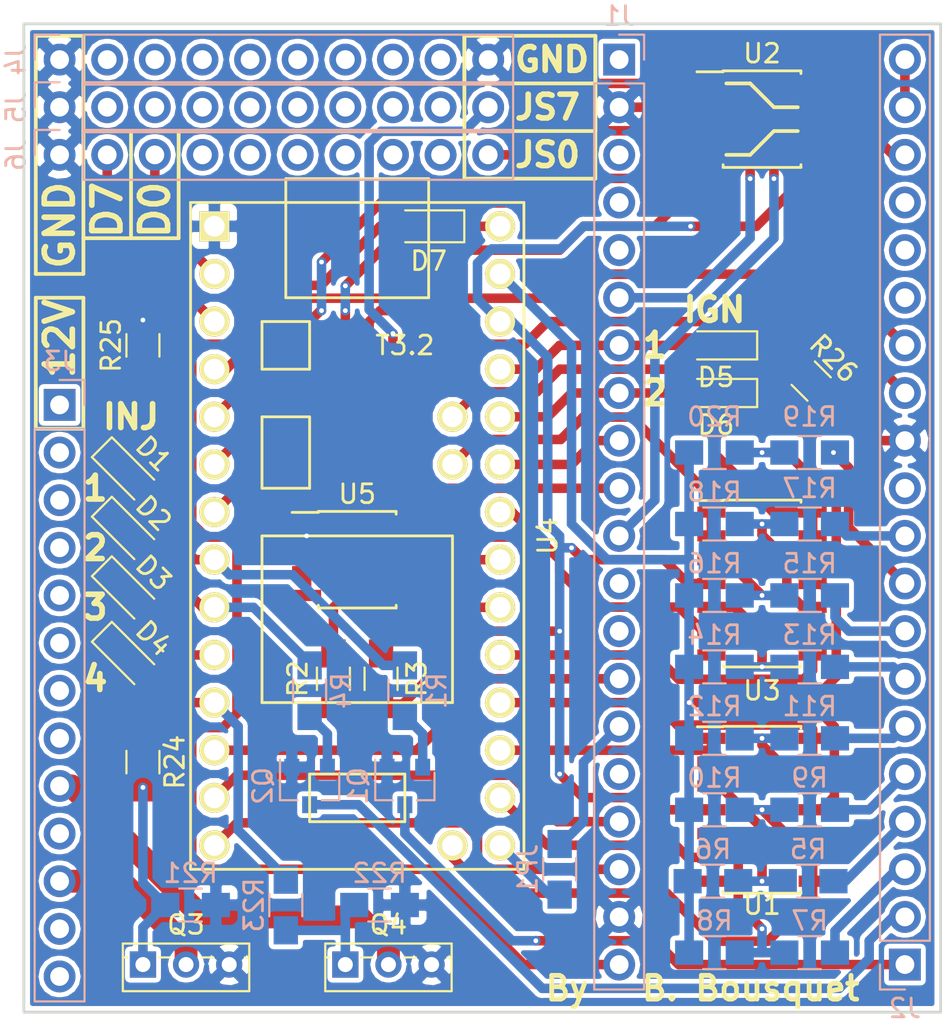
<source format=kicad_pcb>
(kicad_pcb (version 20171130) (host pcbnew "(5.0.1)-4")
  (layers (0 F.Cu signal) (31 B.Cu signal) (36 B.SilkS user) (37 F.SilkS user) (38 B.Mask user) (39 F.Mask user) (44 Edge.Cuts user))
  (net 0 "")
  (net 1 Earth)
  (net 2 CANH)
  (net 3 IGN1)
  (net 4 IGN2)
  (net 5 ECL)
  (net 6 CANL)
  (net 7 IRQ0)
  (net 8 IRQ1)
  (net 9 +5V)
  (net 10 "Net-(J2-Pad1)")
  (net 11 "Net-(J2-Pad2)")
  (net 12 AD0)
  (net 13 AD1)
  (net 14 AD2)
  (net 15 AD3)
  (net 16 AD4)
  (net 17 AD5)
  (net 18 AD6)
  (net 19 AD7)
  (net 20 FP)
  (net 21 Idle)
  (net 22 JS0)
  (net 23 "Net-(Q1-Pad2)")
  (net 24 "Net-(Q2-Pad2)")
  (net 25 INJ1)
  (net 26 INJ2)
  (net 27 "Net-(R5-Pad2)")
  (net 28 "Net-(R7-Pad2)")
  (net 29 "Net-(R10-Pad1)")
  (net 30 "Net-(R11-Pad2)")
  (net 31 "Net-(R13-Pad2)")
  (net 32 "Net-(R15-Pad2)")
  (net 33 "Net-(R17-Pad2)")
  (net 34 "Net-(R19-Pad2)")
  (net 35 A0)
  (net 36 +3V3)
  (net 37 A1)
  (net 38 A2)
  (net 39 A3)
  (net 40 "Net-(U2-Pad1)")
  (net 41 "Net-(U2-Pad4)")
  (net 42 A4)
  (net 43 A5)
  (net 44 A6)
  (net 45 INJ3)
  (net 46 INJ4)
  (net 47 JS7)
  (net 48 A7)
  (net 49 GNDA)
  (net 50 "Net-(R2-Pad2)")
  (net 51 "Net-(R3-Pad2)")
  (net 52 FAN)
  (net 53 "Net-(J3-Pad11)")
  (net 54 "Net-(J3-Pad9)")
  (net 55 "Net-(Q3-Pad1)")
  (net 56 "Net-(Q4-Pad1)")
  (net 57 D0)
  (net 58 JS12)
  (net 59 "Net-(JP1-Pad2)")
  (net 60 "Net-(D1-Pad1)")
  (net 61 "Net-(D5-Pad1)")
  (net 62 D7)
  (net 63 "Net-(J2-Pad19)")
  (net 64 "Net-(D7-Pad1)")
  (module Diode_SMD:D_SOD-323_HandSoldering (layer F.Cu) (at 139.7 77.47 180)
    (fp_text reference D7 (at 0 -1.85 180) (layer F.SilkS))
    (fp_text value D_Schottky)
    (pad 1 smd rect (at -1.25 0 180) (size 1 1) (layers F.Cu F.Paste F.Mask) (net 64 "Net-(D7-Pad1)"))
    (pad 2 smd rect (at 1.25 0 180) (size 1 1) (layers F.Cu F.Paste F.Mask) (net 9 +5V))
  )
  (module teensy:Teensy32 (layer F.Cu) (at 135.89 93.98 270)
    (fp_text reference U4 (at 0 -10.16 270) (layer F.SilkS))
    (fp_text value Teensy3.2)
    (fp_text user T3.2 (at -10.16 -2.54) (layer F.SilkS))
    (pad 1 thru_hole rect (at -16.51 7.62 270) (size 1.6 1.6) (drill 1.1) (layers *.Cu *.Mask F.SilkS) (net 1 Earth))
    (pad 2 thru_hole circle (at -13.97 7.62 270) (size 1.6 1.6) (drill 1.1) (layers *.Cu *.Mask F.SilkS) (net 57 D0))
    (pad 3 thru_hole circle (at -11.43 7.62 270) (size 1.6 1.6) (drill 1.1) (layers *.Cu *.Mask F.SilkS) (net 62 D7))
    (pad 4 thru_hole circle (at -8.89 7.62 270) (size 1.6 1.6) (drill 1.1) (layers *.Cu *.Mask F.SilkS) (net 21 Idle))
    (pad 5 thru_hole circle (at -6.35 7.62 270) (size 1.6 1.6) (drill 1.1) (layers *.Cu *.Mask F.SilkS) (net 40 "Net-(U2-Pad1)"))
    (pad 6 thru_hole circle (at -3.81 7.62 270) (size 1.6 1.6) (drill 1.1) (layers *.Cu *.Mask F.SilkS) (net 41 "Net-(U2-Pad4)"))
    (pad 7 thru_hole circle (at -1.27 7.62 270) (size 1.6 1.6) (drill 1.1) (layers *.Cu *.Mask F.SilkS) (net 20 FP))
    (pad 8 thru_hole circle (at 1.27 7.62 270) (size 1.6 1.6) (drill 1.1) (layers *.Cu *.Mask F.SilkS) (net 25 INJ1))
    (pad 9 thru_hole circle (at 3.81 7.62 270) (size 1.6 1.6) (drill 1.1) (layers *.Cu *.Mask F.SilkS) (net 26 INJ2))
    (pad 10 thru_hole circle (at 6.35 7.62 270) (size 1.6 1.6) (drill 1.1) (layers *.Cu *.Mask F.SilkS) (net 45 INJ3))
    (pad 11 thru_hole circle (at 8.89 7.62 270) (size 1.6 1.6) (drill 1.1) (layers *.Cu *.Mask F.SilkS) (net 46 INJ4))
    (pad 12 thru_hole circle (at 11.43 7.62 270) (size 1.6 1.6) (drill 1.1) (layers *.Cu *.Mask F.SilkS) (net 7 IRQ0))
    (pad 13 thru_hole circle (at 13.97 7.62 270) (size 1.6 1.6) (drill 1.1) (layers *.Cu *.Mask F.SilkS) (net 8 IRQ1))
    (pad 37 thru_hole circle (at -3.81 -5.08 270) (size 1.6 1.6) (drill 1.1) (layers *.Cu *.Mask F.SilkS) (net 43 A5))
    (pad 36 thru_hole circle (at -6.35 -5.08 270) (size 1.6 1.6) (drill 1.1) (layers *.Cu *.Mask F.SilkS) (net 44 A6))
    (pad 33 thru_hole circle (at -16.51 -7.62 270) (size 1.6 1.6) (drill 1.1) (layers *.Cu *.Mask F.SilkS) (net 64 "Net-(D7-Pad1)"))
    (pad 32 thru_hole circle (at -13.97 -7.62 270) (size 1.6 1.6) (drill 1.1) (layers *.Cu *.Mask F.SilkS) (net 49 GNDA))
    (pad 31 thru_hole circle (at -11.43 -7.62 270) (size 1.6 1.6) (drill 1.1) (layers *.Cu *.Mask F.SilkS) (net 36 +3V3))
    (pad 30 thru_hole circle (at -8.89 -7.62 270) (size 1.6 1.6) (drill 1.1) (layers *.Cu *.Mask F.SilkS) (net 3 IGN1))
    (pad 29 thru_hole circle (at -6.35 -7.62 270) (size 1.6 1.6) (drill 1.1) (layers *.Cu *.Mask F.SilkS) (net 4 IGN2))
    (pad 28 thru_hole circle (at -3.81 -7.62 270) (size 1.6 1.6) (drill 1.1) (layers *.Cu *.Mask F.SilkS) (net 5 ECL))
    (pad 27 thru_hole circle (at -1.27 -7.62 270) (size 1.6 1.6) (drill 1.1) (layers *.Cu *.Mask F.SilkS) (net 42 A4))
    (pad 26 thru_hole circle (at 1.27 -7.62 270) (size 1.6 1.6) (drill 1.1) (layers *.Cu *.Mask F.SilkS) (net 50 "Net-(R2-Pad2)"))
    (pad 25 thru_hole circle (at 3.81 -7.62 270) (size 1.6 1.6) (drill 1.1) (layers *.Cu *.Mask F.SilkS) (net 51 "Net-(R3-Pad2)"))
    (pad 24 thru_hole circle (at 6.35 -7.62 270) (size 1.6 1.6) (drill 1.1) (layers *.Cu *.Mask F.SilkS) (net 48 A7))
    (pad 23 thru_hole circle (at 8.89 -7.62 270) (size 1.6 1.6) (drill 1.1) (layers *.Cu *.Mask F.SilkS) (net 39 A3))
    (pad 22 thru_hole circle (at 11.43 -7.62 270) (size 1.6 1.6) (drill 1.1) (layers *.Cu *.Mask F.SilkS) (net 37 A1))
    (pad 21 thru_hole circle (at 13.97 -7.62 270) (size 1.6 1.6) (drill 1.1) (layers *.Cu *.Mask F.SilkS) (net 35 A0))
    (pad 14 thru_hole circle (at 16.51 7.62 270) (size 1.6 1.6) (drill 1.1) (layers *.Cu *.Mask F.SilkS) (net 52 FAN))
    (pad 20 thru_hole circle (at 16.51 -7.62 270) (size 1.6 1.6) (drill 1.1) (layers *.Cu *.Mask F.SilkS) (net 59 "Net-(JP1-Pad2)"))
    (pad 19 thru_hole circle (at 16.51 -5.08 270) (size 1.6 1.6) (drill 1.1) (layers *.Cu *.Mask F.SilkS) (net 38 A2))
  )
  (module Pin_Headers:Pin_Header_Straight_1x10_Pitch2.54mm (layer B.Cu) (at 120.015 73.66 270)
    (fp_text reference J6 (at 0 2.33 270) (layer B.SilkS) (effects (justify mirror)))
    (fp_text value Conn_01x10_Male)
    (pad 10 thru_hole oval (at 0 -22.86 270) (size 1.7 1.7) (drill 1) (layers *.Cu *.Mask) (net 22 JS0))
    (pad 9 thru_hole oval (at 0 -20.32 270) (size 1.7 1.7) (drill 1) (layers *.Cu *.Mask))
    (pad 8 thru_hole oval (at 0 -17.78 270) (size 1.7 1.7) (drill 1) (layers *.Cu *.Mask))
    (pad 7 thru_hole oval (at 0 -15.24 270) (size 1.7 1.7) (drill 1) (layers *.Cu *.Mask))
    (pad 6 thru_hole oval (at 0 -12.7 270) (size 1.7 1.7) (drill 1) (layers *.Cu *.Mask))
    (pad 5 thru_hole oval (at 0 -10.16 270) (size 1.7 1.7) (drill 1) (layers *.Cu *.Mask))
    (pad 4 thru_hole oval (at 0 -7.62 270) (size 1.7 1.7) (drill 1) (layers *.Cu *.Mask))
    (pad 3 thru_hole oval (at 0 -5.08 270) (size 1.7 1.7) (drill 1) (layers *.Cu *.Mask) (net 57 D0))
    (pad 2 thru_hole oval (at 0 -2.54 270) (size 1.7 1.7) (drill 1) (layers *.Cu *.Mask) (net 62 D7))
    (pad 1 thru_hole circle (at 0 0 270) (size 1.7 1.7) (drill 1) (layers *.Cu *.Mask) (net 1 Earth))
  )
  (module Pin_Headers:Pin_Header_Straight_1x20_Pitch2.54mm (layer B.Cu) (at 165.1 116.84)
    (fp_text reference J2 (at 0 2.33) (layer B.SilkS) (effects (justify mirror)))
    (fp_text value Conn_01x20_Female)
    (pad 1 thru_hole rect (at 0 0) (size 1.7 1.7) (drill 1) (layers *.Cu *.Mask) (net 10 "Net-(J2-Pad1)"))
    (pad 2 thru_hole oval (at 0 -2.54) (size 1.7 1.7) (drill 1) (layers *.Cu *.Mask) (net 11 "Net-(J2-Pad2)"))
    (pad 3 thru_hole oval (at 0 -5.08) (size 1.7 1.7) (drill 1) (layers *.Cu *.Mask) (net 12 AD0))
    (pad 4 thru_hole oval (at 0 -7.62) (size 1.7 1.7) (drill 1) (layers *.Cu *.Mask) (net 13 AD1))
    (pad 5 thru_hole oval (at 0 -10.16) (size 1.7 1.7) (drill 1) (layers *.Cu *.Mask) (net 14 AD2))
    (pad 6 thru_hole oval (at 0 -12.7) (size 1.7 1.7) (drill 1) (layers *.Cu *.Mask) (net 15 AD3))
    (pad 7 thru_hole oval (at 0 -15.24) (size 1.7 1.7) (drill 1) (layers *.Cu *.Mask) (net 16 AD4))
    (pad 8 thru_hole oval (at 0 -17.78) (size 1.7 1.7) (drill 1) (layers *.Cu *.Mask) (net 17 AD5))
    (pad 9 thru_hole oval (at 0 -20.32) (size 1.7 1.7) (drill 1) (layers *.Cu *.Mask) (net 18 AD6))
    (pad 10 thru_hole oval (at 0 -22.86) (size 1.7 1.7) (drill 1) (layers *.Cu *.Mask) (net 19 AD7))
    (pad 11 thru_hole oval (at 0 -25.4) (size 1.7 1.7) (drill 1) (layers *.Cu *.Mask))
    (pad 12 thru_hole oval (at 0 -27.94 315) (size 1.7 1.7) (drill 1) (layers *.Cu *.Mask) (net 1 Earth))
    (pad 13 thru_hole oval (at 0 -30.48) (size 1.7 1.7) (drill 1) (layers *.Cu *.Mask) (net 20 FP))
    (pad 14 thru_hole oval (at 0 -33.02) (size 1.7 1.7) (drill 1) (layers *.Cu *.Mask) (net 21 Idle))
    (pad 15 thru_hole oval (at 0 -35.56) (size 1.7 1.7) (drill 1) (layers *.Cu *.Mask))
    (pad 16 thru_hole oval (at 0 -38.1) (size 1.7 1.7) (drill 1) (layers *.Cu *.Mask))
    (pad 17 thru_hole oval (at 0 -40.64) (size 1.7 1.7) (drill 1) (layers *.Cu *.Mask))
    (pad 18 thru_hole oval (at 0 -43.18) (size 1.7 1.7) (drill 1) (layers *.Cu *.Mask) (net 22 JS0))
    (pad 19 thru_hole oval (at 0 -45.72) (size 1.7 1.7) (drill 1) (layers *.Cu *.Mask) (net 63 "Net-(J2-Pad19)"))
    (pad 20 thru_hole oval (at 0 -48.26) (size 1.7 1.7) (drill 1) (layers *.Cu *.Mask) (net 63 "Net-(J2-Pad19)"))
  )
  (module LEDs:LED_0805_HandSoldering (layer F.Cu) (at 123.825 97.155 315)
    (fp_text reference D3 (at 0 -1.7 315) (layer F.SilkS))
    (fp_text value LED)
    (pad 1 smd rect (at -1.35 0 315) (size 1.5 1.3) (layers F.Cu F.Paste F.Mask) (net 60 "Net-(D1-Pad1)"))
    (pad 2 smd rect (at 1.35 0 315) (size 1.5 1.3) (layers F.Cu F.Paste F.Mask) (net 45 INJ3))
  )
  (module LEDs:LED_0805_HandSoldering (layer F.Cu) (at 123.825 93.98 315)
    (fp_text reference D2 (at 0 -1.7 315) (layer F.SilkS))
    (fp_text value LED)
    (pad 1 smd rect (at -1.35 0 315) (size 1.5 1.3) (layers F.Cu F.Paste F.Mask) (net 60 "Net-(D1-Pad1)"))
    (pad 2 smd rect (at 1.35 0 315) (size 1.5 1.3) (layers F.Cu F.Paste F.Mask) (net 26 INJ2))
  )
  (module LEDs:LED_0805_HandSoldering (layer F.Cu) (at 123.825 100.649594 315)
    (fp_text reference D4 (at 0 -1.7 315) (layer F.SilkS))
    (fp_text value LED)
    (pad 2 smd rect (at 1.35 0 315) (size 1.5 1.3) (layers F.Cu F.Paste F.Mask) (net 46 INJ4))
    (pad 1 smd rect (at -1.35 0 315) (size 1.5 1.3) (layers F.Cu F.Paste F.Mask) (net 60 "Net-(D1-Pad1)"))
  )
  (module LEDs:LED_0805_HandSoldering (layer F.Cu) (at 123.825 90.805 315)
    (fp_text reference D1 (at 0 -1.7 315) (layer F.SilkS))
    (fp_text value LED)
    (pad 2 smd rect (at 1.35 0 315) (size 1.5 1.3) (layers F.Cu F.Paste F.Mask) (net 25 INJ1))
    (pad 1 smd rect (at -1.35 0 315) (size 1.5 1.3) (layers F.Cu F.Paste F.Mask) (net 60 "Net-(D1-Pad1)"))
  )
  (module Resistors_SMD:R_0805_HandSoldering (layer F.Cu) (at 124.46 83.82 90)
    (fp_text reference R25 (at 0 -1.7 90) (layer F.SilkS))
    (fp_text value R)
    (pad 2 smd rect (at 1.35 0 90) (size 1.5 1.3) (layers F.Cu F.Paste F.Mask) (net 1 Earth))
    (pad 1 smd rect (at -1.35 0 90) (size 1.5 1.3) (layers F.Cu F.Paste F.Mask) (net 60 "Net-(D1-Pad1)"))
  )
  (module Resistors_SMD:R_0805_HandSoldering (layer B.Cu) (at 132.08 113.665 270)
    (fp_text reference R23 (at 0 1.7 270) (layer B.SilkS) (effects (justify mirror)))
    (fp_text value 1k)
    (pad 2 smd rect (at 1.35 0 270) (size 1.5 1.3) (layers B.Cu B.Paste B.Mask) (net 56 "Net-(Q4-Pad1)"))
    (pad 1 smd rect (at -1.35 0 270) (size 1.5 1.3) (layers B.Cu B.Paste B.Mask) (net 46 INJ4))
  )
  (module Pin_Headers:Pin_Header_Straight_1x13_Pitch2.54mm (layer B.Cu) (at 120.015 86.995 180)
    (fp_text reference J3 (at 0 2.33 180) (layer B.SilkS) (effects (justify mirror)))
    (fp_text value Conn_01x13_Male)
    (pad 1 thru_hole rect (at 0 0 180) (size 1.7 1.7) (drill 1) (layers *.Cu *.Mask))
    (pad 2 thru_hole oval (at 0 -2.54 180) (size 1.7 1.7) (drill 1) (layers *.Cu *.Mask))
    (pad 3 thru_hole oval (at 0 -5.08 180) (size 1.7 1.7) (drill 1) (layers *.Cu *.Mask))
    (pad 4 thru_hole oval (at 0 -7.62 180) (size 1.7 1.7) (drill 1) (layers *.Cu *.Mask))
    (pad 5 thru_hole oval (at 0 -10.16 180) (size 1.7 1.7) (drill 1) (layers *.Cu *.Mask))
    (pad 6 thru_hole oval (at 0 -12.7 180) (size 1.7 1.7) (drill 1) (layers *.Cu *.Mask))
    (pad 7 thru_hole oval (at 0 -15.24 180) (size 1.7 1.7) (drill 1) (layers *.Cu *.Mask))
    (pad 8 thru_hole oval (at 0 -17.78 180) (size 1.7 1.7) (drill 1) (layers *.Cu *.Mask))
    (pad 9 thru_hole oval (at 0 -20.32 180) (size 1.7 1.7) (drill 1) (layers *.Cu *.Mask) (net 54 "Net-(J3-Pad9)"))
    (pad 10 thru_hole oval (at 0 -22.86 180) (size 1.7 1.7) (drill 1) (layers *.Cu *.Mask))
    (pad 11 thru_hole oval (at 0 -25.4 180) (size 1.7 1.7) (drill 1) (layers *.Cu *.Mask) (net 53 "Net-(J3-Pad11)"))
    (pad 12 thru_hole oval (at 0 -27.94 180) (size 1.7 1.7) (drill 1) (layers *.Cu *.Mask))
    (pad 13 thru_hole oval (at 0 -30.48 180) (size 1.7 1.7) (drill 1) (layers *.Cu *.Mask))
  )
  (module Housings_SOIC:SOIC-8_3.9x4.9mm_Pitch1.27mm (layer F.Cu) (at 135.89 95.25)
    (fp_text reference U5 (at 0 -3.5) (layer F.SilkS))
    (fp_text value AT24CS02-XHM)
    (pad 1 smd rect (at -2.7 -1.905) (size 1.55 0.6) (layers F.Cu F.Mask) (net 1 Earth))
    (pad 2 smd rect (at -2.7 -0.635) (size 1.55 0.6) (layers F.Cu F.Mask) (net 1 Earth))
    (pad 3 smd rect (at -2.7 0.635) (size 1.55 0.6) (layers F.Cu F.Mask) (net 1 Earth))
    (pad 4 smd rect (at -2.7 1.905) (size 1.55 0.6) (layers F.Cu F.Mask) (net 1 Earth))
    (pad 5 smd rect (at 2.7 1.905) (size 1.55 0.6) (layers F.Cu F.Mask) (net 51 "Net-(R3-Pad2)"))
    (pad 6 smd rect (at 2.7 0.635) (size 1.55 0.6) (layers F.Cu F.Mask) (net 50 "Net-(R2-Pad2)"))
    (pad 7 smd rect (at 2.7 -0.635) (size 1.55 0.6) (layers F.Cu F.Mask) (net 1 Earth))
    (pad 8 smd rect (at 2.7 -1.905) (size 1.55 0.6) (layers F.Cu F.Mask) (net 36 +3V3))
  )
  (module Resistors_SMD:R_0805_HandSoldering (layer F.Cu) (at 137.16 101.6 90)
    (fp_text reference R3 (at 0 1.905 90) (layer F.SilkS))
    (fp_text value 1k)
    (pad 2 smd rect (at 1.35 0 90) (size 1.5 1.3) (layers F.Cu F.Paste F.Mask) (net 51 "Net-(R3-Pad2)"))
    (pad 1 smd rect (at -1.35 0 90) (size 1.5 1.3) (layers F.Cu F.Paste F.Mask) (net 36 +3V3))
  )
  (module Resistors_SMD:R_0805_HandSoldering (layer F.Cu) (at 134.62 101.6 90)
    (fp_text reference R2 (at 0 -1.905 90) (layer F.SilkS))
    (fp_text value 1k)
    (pad 1 smd rect (at -1.35 0 90) (size 1.5 1.3) (layers F.Cu F.Paste F.Mask) (net 36 +3V3))
    (pad 2 smd rect (at 1.35 0 90) (size 1.5 1.3) (layers F.Cu F.Paste F.Mask) (net 50 "Net-(R2-Pad2)"))
  )
  (module Housings_SOIC:SOIC-14_3.9x8.7mm_Pitch1.27mm (layer F.Cu) (at 157.48 108.585)
    (fp_text reference U1 (at 0 5.08) (layer F.SilkS))
    (fp_text value LMV324)
    (pad 1 smd rect (at -2.7 -3.81) (size 1.5 0.6) (layers F.Cu F.Mask) (net 37 A1))
    (pad 2 smd rect (at -2.7 -2.54) (size 1.5 0.6) (layers F.Cu F.Mask) (net 37 A1))
    (pad 3 smd rect (at -2.7 -1.27) (size 1.5 0.6) (layers F.Cu F.Mask) (net 27 "Net-(R5-Pad2)"))
    (pad 4 smd rect (at -2.7 0) (size 1.5 0.6) (layers F.Cu F.Mask) (net 36 +3V3))
    (pad 5 smd rect (at -2.7 1.27) (size 1.5 0.6) (layers F.Cu F.Mask) (net 28 "Net-(R7-Pad2)"))
    (pad 6 smd rect (at -2.7 2.54) (size 1.5 0.6) (layers F.Cu F.Mask) (net 35 A0))
    (pad 7 smd rect (at -2.7 3.81) (size 1.5 0.6) (layers F.Cu F.Mask) (net 35 A0))
    (pad 8 smd rect (at 2.7 3.81) (size 1.5 0.6) (layers F.Cu F.Mask) (net 38 A2))
    (pad 9 smd rect (at 2.7 2.54) (size 1.5 0.6) (layers F.Cu F.Mask) (net 38 A2))
    (pad 10 smd rect (at 2.7 1.27) (size 1.5 0.6) (layers F.Cu F.Mask) (net 29 "Net-(R10-Pad1)"))
    (pad 11 smd rect (at 2.7 0) (size 1.5 0.6) (layers F.Cu F.Mask) (net 49 GNDA))
    (pad 12 smd rect (at 2.7 -1.27) (size 1.5 0.6) (layers F.Cu F.Mask) (net 30 "Net-(R11-Pad2)"))
    (pad 13 smd rect (at 2.7 -2.54) (size 1.5 0.6) (layers F.Cu F.Mask) (net 39 A3))
    (pad 14 smd rect (at 2.7 -3.81) (size 1.5 0.6) (layers F.Cu F.Mask) (net 39 A3))
  )
  (module TO_SOT_Packages_SMD:SOT-23 (layer B.Cu) (at 138.43 107.315 270)
    (fp_text reference Q1 (at 0 2.5 270) (layer B.SilkS) (effects (justify mirror)))
    (fp_text value 2N2219)
    (pad 3 smd rect (at 1 0 270) (size 0.9 0.8) (layers B.Cu B.Mask) (net 10 "Net-(J2-Pad1)"))
    (pad 2 smd rect (at -1 -0.95 270) (size 0.9 0.8) (layers B.Cu B.Mask) (net 23 "Net-(Q1-Pad2)"))
    (pad 1 smd rect (at -1 0.95 270) (size 0.9 0.8) (layers B.Cu B.Mask) (net 1 Earth))
  )
  (module TO_SOT_Packages_SMD:SOT-23 (layer B.Cu) (at 133.35 107.315 270)
    (fp_text reference Q2 (at 0 2.5 270) (layer B.SilkS) (effects (justify mirror)))
    (fp_text value 2N2219)
    (pad 3 smd rect (at 1 0 270) (size 0.9 0.8) (layers B.Cu B.Mask) (net 11 "Net-(J2-Pad2)"))
    (pad 2 smd rect (at -1 -0.95 270) (size 0.9 0.8) (layers B.Cu B.Mask) (net 24 "Net-(Q2-Pad2)"))
    (pad 1 smd rect (at -1 0.95 270) (size 0.9 0.8) (layers B.Cu B.Mask) (net 1 Earth))
  )
  (module Resistors_SMD:R_0805_HandSoldering (layer B.Cu) (at 138.43 102.235 90)
    (fp_text reference R1 (at 0 1.7 90) (layer B.SilkS) (effects (justify mirror)))
    (fp_text value 1k)
    (pad 2 smd rect (at 1.35 0 90) (size 1.5 1.3) (layers B.Cu B.Mask) (net 25 INJ1))
    (pad 1 smd rect (at -1.35 0 90) (size 1.5 1.3) (layers B.Cu B.Mask) (net 23 "Net-(Q1-Pad2)"))
  )
  (module Resistors_SMD:R_0805_HandSoldering (layer B.Cu) (at 133.35 102.235 90)
    (fp_text reference R4 (at 0 1.7 90) (layer B.SilkS) (effects (justify mirror)))
    (fp_text value 1k)
    (pad 2 smd rect (at 1.35 0 90) (size 1.5 1.3) (layers B.Cu B.Mask) (net 26 INJ2))
    (pad 1 smd rect (at -1.35 0 90) (size 1.5 1.3) (layers B.Cu B.Mask) (net 24 "Net-(Q2-Pad2)"))
  )
  (module Resistors_SMD:R_0805_HandSoldering (layer B.Cu) (at 159.94 112.395 180)
    (fp_text reference R5 (at 0 1.7 180) (layer B.SilkS) (effects (justify mirror)))
    (fp_text value 180k)
    (pad 1 smd rect (at -1.35 0 180) (size 1.5 1.3) (layers B.Cu B.Mask) (net 13 AD1))
    (pad 2 smd rect (at 1.35 0 180) (size 1.5 1.3) (layers B.Cu B.Mask) (net 27 "Net-(R5-Pad2)"))
  )
  (module Resistors_SMD:R_0805_HandSoldering (layer B.Cu) (at 154.86 112.395 180)
    (fp_text reference R6 (at 0 1.7 180) (layer B.SilkS) (effects (justify mirror)))
    (fp_text value 330k)
    (pad 1 smd rect (at -1.35 0 180) (size 1.5 1.3) (layers B.Cu B.Mask) (net 27 "Net-(R5-Pad2)"))
    (pad 2 smd rect (at 1.35 0 180) (size 1.5 1.3) (layers B.Cu B.Mask) (net 49 GNDA))
  )
  (module Resistors_SMD:R_0805_HandSoldering (layer B.Cu) (at 160.02 116.205 180)
    (fp_text reference R7 (at 0 1.7 180) (layer B.SilkS) (effects (justify mirror)))
    (fp_text value 180k)
    (pad 1 smd rect (at -1.35 0 180) (size 1.5 1.3) (layers B.Cu B.Mask) (net 12 AD0))
    (pad 2 smd rect (at 1.35 0 180) (size 1.5 1.3) (layers B.Cu B.Mask) (net 28 "Net-(R7-Pad2)"))
  )
  (module Resistors_SMD:R_0805_HandSoldering (layer B.Cu) (at 154.94 116.205 180)
    (fp_text reference R8 (at 0 1.7 180) (layer B.SilkS) (effects (justify mirror)))
    (fp_text value 330k)
    (pad 1 smd rect (at -1.35 0 180) (size 1.5 1.3) (layers B.Cu B.Mask) (net 28 "Net-(R7-Pad2)"))
    (pad 2 smd rect (at 1.35 0 180) (size 1.5 1.3) (layers B.Cu B.Mask) (net 49 GNDA))
  )
  (module Resistors_SMD:R_0805_HandSoldering (layer B.Cu) (at 160.02 108.585 180)
    (fp_text reference R9 (at 0 1.7 180) (layer B.SilkS) (effects (justify mirror)))
    (fp_text value 180k)
    (pad 1 smd rect (at -1.35 0 180) (size 1.5 1.3) (layers B.Cu B.Mask) (net 14 AD2))
    (pad 2 smd rect (at 1.35 0 180) (size 1.5 1.3) (layers B.Cu B.Mask) (net 29 "Net-(R10-Pad1)"))
  )
  (module Resistors_SMD:R_0805_HandSoldering (layer B.Cu) (at 154.94 108.585 180)
    (fp_text reference R10 (at 0 1.7 180) (layer B.SilkS) (effects (justify mirror)))
    (fp_text value 330k)
    (pad 1 smd rect (at -1.35 0 180) (size 1.5 1.3) (layers B.Cu B.Mask) (net 29 "Net-(R10-Pad1)"))
    (pad 2 smd rect (at 1.35 0 180) (size 1.5 1.3) (layers B.Cu B.Mask) (net 49 GNDA))
  )
  (module Resistors_SMD:R_0805_HandSoldering (layer B.Cu) (at 160.02 104.775 180)
    (fp_text reference R11 (at 0 1.7 180) (layer B.SilkS) (effects (justify mirror)))
    (fp_text value 180k)
    (pad 1 smd rect (at -1.35 0 180) (size 1.5 1.3) (layers B.Cu B.Mask) (net 15 AD3))
    (pad 2 smd rect (at 1.35 0 180) (size 1.5 1.3) (layers B.Cu B.Mask) (net 30 "Net-(R11-Pad2)"))
  )
  (module Resistors_SMD:R_0805_HandSoldering (layer B.Cu) (at 154.94 104.775 180)
    (fp_text reference R12 (at 0 1.7 180) (layer B.SilkS) (effects (justify mirror)))
    (fp_text value 330k)
    (pad 1 smd rect (at -1.35 0 180) (size 1.5 1.3) (layers B.Cu B.Mask) (net 30 "Net-(R11-Pad2)"))
    (pad 2 smd rect (at 1.35 0 180) (size 1.5 1.3) (layers B.Cu B.Mask) (net 49 GNDA))
  )
  (module Resistors_SMD:R_0805_HandSoldering (layer B.Cu) (at 160.02 100.965 180)
    (fp_text reference R13 (at 0 1.7 180) (layer B.SilkS) (effects (justify mirror)))
    (fp_text value 180k)
    (pad 1 smd rect (at -1.35 0 180) (size 1.5 1.3) (layers B.Cu B.Mask) (net 16 AD4))
    (pad 2 smd rect (at 1.35 0 180) (size 1.5 1.3) (layers B.Cu B.Mask) (net 31 "Net-(R13-Pad2)"))
  )
  (module Resistors_SMD:R_0805_HandSoldering (layer B.Cu) (at 154.94 100.965 180)
    (fp_text reference R14 (at 0 1.7 180) (layer B.SilkS) (effects (justify mirror)))
    (fp_text value 330k)
    (pad 1 smd rect (at -1.35 0 180) (size 1.5 1.3) (layers B.Cu B.Mask) (net 31 "Net-(R13-Pad2)"))
    (pad 2 smd rect (at 1.35 0 180) (size 1.5 1.3) (layers B.Cu B.Mask) (net 49 GNDA))
  )
  (module Resistors_SMD:R_0805_HandSoldering (layer B.Cu) (at 160.02 97.155 180)
    (fp_text reference R15 (at 0 1.7 180) (layer B.SilkS) (effects (justify mirror)))
    (fp_text value 180k)
    (pad 1 smd rect (at -1.35 0 180) (size 1.5 1.3) (layers B.Cu B.Mask) (net 17 AD5))
    (pad 2 smd rect (at 1.35 0 180) (size 1.5 1.3) (layers B.Cu B.Mask) (net 32 "Net-(R15-Pad2)"))
  )
  (module Resistors_SMD:R_0805_HandSoldering (layer B.Cu) (at 154.94 97.155 180)
    (fp_text reference R16 (at 0 1.7 180) (layer B.SilkS) (effects (justify mirror)))
    (fp_text value 330k)
    (pad 1 smd rect (at -1.35 0 180) (size 1.5 1.3) (layers B.Cu B.Mask) (net 32 "Net-(R15-Pad2)"))
    (pad 2 smd rect (at 1.35 0 180) (size 1.5 1.3) (layers B.Cu B.Mask) (net 49 GNDA))
  )
  (module Resistors_SMD:R_0805_HandSoldering (layer B.Cu) (at 160.02 93.345 180)
    (fp_text reference R17 (at 0 1.905 180) (layer B.SilkS) (effects (justify mirror)))
    (fp_text value 180k)
    (pad 2 smd rect (at 1.35 0 180) (size 1.5 1.3) (layers B.Cu B.Mask) (net 33 "Net-(R17-Pad2)"))
    (pad 1 smd rect (at -1.35 0 180) (size 1.5 1.3) (layers B.Cu B.Mask) (net 19 AD7))
  )
  (module Resistors_SMD:R_0805_HandSoldering (layer B.Cu) (at 154.94 93.345 180)
    (fp_text reference R18 (at 0 1.7 180) (layer B.SilkS) (effects (justify mirror)))
    (fp_text value 330k)
    (pad 1 smd rect (at -1.35 0 180) (size 1.5 1.3) (layers B.Cu B.Mask) (net 33 "Net-(R17-Pad2)"))
    (pad 2 smd rect (at 1.35 0 180) (size 1.5 1.3) (layers B.Cu B.Mask) (net 49 GNDA))
  )
  (module Resistors_SMD:R_0805_HandSoldering (layer B.Cu) (at 160.02 89.535 180)
    (fp_text reference R19 (at 0 1.905 180) (layer B.SilkS) (effects (justify mirror)))
    (fp_text value 180k)
    (pad 2 smd rect (at 1.35 0 180) (size 1.5 1.3) (layers B.Cu B.Mask) (net 34 "Net-(R19-Pad2)"))
    (pad 1 smd rect (at -1.35 0 180) (size 1.5 1.3) (layers B.Cu B.Mask) (net 18 AD6))
  )
  (module Resistors_SMD:R_0805_HandSoldering (layer B.Cu) (at 154.94 89.535 180)
    (fp_text reference R20 (at 0 1.905 180) (layer B.SilkS) (effects (justify mirror)))
    (fp_text value 330k)
    (pad 2 smd rect (at 1.35 0 180) (size 1.5 1.3) (layers B.Cu B.Mask) (net 49 GNDA))
    (pad 1 smd rect (at -1.35 0 180) (size 1.5 1.3) (layers B.Cu B.Mask) (net 34 "Net-(R19-Pad2)"))
  )
  (module Pin_Headers:Pin_Header_Straight_1x20_Pitch2.54mm (layer B.Cu) (at 149.86 68.58 180)
    (fp_text reference J1 (at 0 2.33 180) (layer B.SilkS) (effects (justify mirror)))
    (fp_text value Conn_01x20_Female)
    (pad 1 thru_hole rect (at 0 0 180) (size 1.7 1.7) (drill 1) (layers *.Cu *.Mask))
    (pad 2 thru_hole oval (at 0 -2.54 135) (size 1.7 1.7) (drill 1) (layers *.Cu *.Mask) (net 1 Earth))
    (pad 3 thru_hole oval (at 0 -5.08 180) (size 1.7 1.7) (drill 1) (layers *.Cu *.Mask))
    (pad 4 thru_hole oval (at 0 -7.62 180) (size 1.7 1.7) (drill 1) (layers *.Cu *.Mask))
    (pad 5 thru_hole oval (at 0 -10.16 180) (size 1.7 1.7) (drill 1) (layers *.Cu *.Mask))
    (pad 6 thru_hole oval (at 0 -12.7 180) (size 1.7 1.7) (drill 1) (layers *.Cu *.Mask) (net 2 CANH))
    (pad 7 thru_hole oval (at 0 -15.24 180) (size 1.7 1.7) (drill 1) (layers *.Cu *.Mask) (net 3 IGN1))
    (pad 8 thru_hole oval (at 0 -17.78 180) (size 1.7 1.7) (drill 1) (layers *.Cu *.Mask) (net 4 IGN2))
    (pad 9 thru_hole oval (at 0 -20.32 180) (size 1.7 1.7) (drill 1) (layers *.Cu *.Mask) (net 5 ECL))
    (pad 10 thru_hole oval (at 0 -22.86 180) (size 1.7 1.7) (drill 1) (layers *.Cu *.Mask) (net 47 JS7))
    (pad 11 thru_hole oval (at 0 -25.4 180) (size 1.7 1.7) (drill 1) (layers *.Cu *.Mask) (net 6 CANL))
    (pad 12 thru_hole oval (at 0 -27.94 180) (size 1.7 1.7) (drill 1) (layers *.Cu *.Mask))
    (pad 13 thru_hole oval (at 0 -30.48 180) (size 1.7 1.7) (drill 1) (layers *.Cu *.Mask))
    (pad 14 thru_hole oval (at 0 -33.02 180) (size 1.7 1.7) (drill 1) (layers *.Cu *.Mask) (net 7 IRQ0))
    (pad 15 thru_hole oval (at 0 -35.56 180) (size 1.7 1.7) (drill 1) (layers *.Cu *.Mask) (net 58 JS12))
    (pad 16 thru_hole oval (at 0 -38.1 180) (size 1.7 1.7) (drill 1) (layers *.Cu *.Mask))
    (pad 17 thru_hole oval (at 0 -40.64 180) (size 1.7 1.7) (drill 1) (layers *.Cu *.Mask) (net 8 IRQ1))
    (pad 18 thru_hole oval (at 0 -43.18 180) (size 1.7 1.7) (drill 1) (layers *.Cu *.Mask) (net 52 FAN))
    (pad 19 thru_hole oval (at 0 -45.72 135) (size 1.7 1.7) (drill 1) (layers *.Cu *.Mask) (net 1 Earth))
    (pad 20 thru_hole oval (at 0 -48.26 180) (size 1.7 1.7) (drill 1) (layers *.Cu *.Mask) (net 9 +5V))
  )
  (module Housings_SOIC:SOIC-14_3.9x8.7mm_Pitch1.27mm (layer F.Cu) (at 157.48 96.52)
    (fp_text reference U3 (at 0 5.715) (layer F.SilkS))
    (fp_text value LMV324)
    (pad 14 smd rect (at 2.7 -3.81) (size 1.5 0.6) (layers F.Cu F.Paste F.Mask) (net 44 A6))
    (pad 13 smd rect (at 2.7 -2.54) (size 1.5 0.6) (layers F.Cu F.Paste F.Mask) (net 44 A6))
    (pad 12 smd rect (at 2.7 -1.27) (size 1.5 0.6) (layers F.Cu F.Paste F.Mask) (net 34 "Net-(R19-Pad2)"))
    (pad 11 smd rect (at 2.7 0) (size 1.5 0.6) (layers F.Cu F.Paste F.Mask) (net 49 GNDA))
    (pad 10 smd rect (at 2.7 1.27) (size 1.5 0.6) (layers F.Cu F.Paste F.Mask) (net 33 "Net-(R17-Pad2)"))
    (pad 9 smd rect (at 2.7 2.54) (size 1.5 0.6) (layers F.Cu F.Paste F.Mask) (net 48 A7))
    (pad 8 smd rect (at 2.7 3.81) (size 1.5 0.6) (layers F.Cu F.Paste F.Mask) (net 48 A7))
    (pad 7 smd rect (at -2.7 3.81) (size 1.5 0.6) (layers F.Cu F.Paste F.Mask) (net 42 A4))
    (pad 6 smd rect (at -2.7 2.54) (size 1.5 0.6) (layers F.Cu F.Paste F.Mask) (net 42 A4))
    (pad 5 smd rect (at -2.7 1.27) (size 1.5 0.6) (layers F.Cu F.Paste F.Mask) (net 31 "Net-(R13-Pad2)"))
    (pad 4 smd rect (at -2.7 0) (size 1.5 0.6) (layers F.Cu F.Paste F.Mask) (net 36 +3V3))
    (pad 3 smd rect (at -2.7 -1.27) (size 1.5 0.6) (layers F.Cu F.Paste F.Mask) (net 32 "Net-(R15-Pad2)"))
    (pad 2 smd rect (at -2.7 -2.54) (size 1.5 0.6) (layers F.Cu F.Paste F.Mask) (net 43 A5))
    (pad 1 smd rect (at -2.7 -3.81) (size 1.5 0.6) (layers F.Cu F.Paste F.Mask) (net 43 A5))
  )
  (module Resistors_SMD:R_0805_HandSoldering (layer B.Cu) (at 127 113.665 180)
    (fp_text reference R21 (at 0 1.7 180) (layer B.SilkS) (effects (justify mirror)))
    (fp_text value 100k)
    (pad 2 smd rect (at 1.35 0 180) (size 1.5 1.3) (layers B.Cu B.Paste B.Mask) (net 55 "Net-(Q3-Pad1)"))
    (pad 1 smd rect (at -1.35 0 180) (size 1.5 1.3) (layers B.Cu B.Paste B.Mask) (net 1 Earth))
  )
  (module Resistors_SMD:R_0805_HandSoldering (layer B.Cu) (at 137.08 113.665 180)
    (fp_text reference R22 (at 0 1.7 180) (layer B.SilkS) (effects (justify mirror)))
    (fp_text value 100k)
    (pad 1 smd rect (at -1.35 0 180) (size 1.5 1.3) (layers B.Cu B.Paste B.Mask) (net 1 Earth))
    (pad 2 smd rect (at 1.35 0 180) (size 1.5 1.3) (layers B.Cu B.Paste B.Mask) (net 56 "Net-(Q4-Pad1)"))
  )
  (module Resistors_SMD:R_0805_HandSoldering (layer F.Cu) (at 124.46 106.045 270)
    (fp_text reference R24 (at 0 -1.7 270) (layer F.SilkS))
    (fp_text value 1k)
    (pad 1 smd rect (at -1.35 0 270) (size 1.5 1.3) (layers F.Cu F.Paste F.Mask) (net 45 INJ3))
    (pad 2 smd rect (at 1.35 0 270) (size 1.5 1.3) (layers F.Cu F.Paste F.Mask) (net 55 "Net-(Q3-Pad1)"))
  )
  (module Pin_Headers:Pin_Header_Straight_1x10_Pitch2.54mm (layer B.Cu) (at 120.015 68.58 270)
    (fp_text reference J4 (at 0 2.33 270) (layer B.SilkS) (effects (justify mirror)))
    (fp_text value Conn_01x10_Male)
    (pad 10 thru_hole oval (at 0 -22.86 225) (size 1.7 1.7) (drill 1) (layers *.Cu *.Mask) (net 1 Earth))
    (pad 9 thru_hole oval (at 0 -20.32 270) (size 1.7 1.7) (drill 1) (layers *.Cu *.Mask))
    (pad 8 thru_hole oval (at 0 -17.78 270) (size 1.7 1.7) (drill 1) (layers *.Cu *.Mask))
    (pad 7 thru_hole oval (at 0 -15.24 270) (size 1.7 1.7) (drill 1) (layers *.Cu *.Mask))
    (pad 6 thru_hole oval (at 0 -12.7 270) (size 1.7 1.7) (drill 1) (layers *.Cu *.Mask))
    (pad 5 thru_hole oval (at 0 -10.16 270) (size 1.7 1.7) (drill 1) (layers *.Cu *.Mask))
    (pad 4 thru_hole oval (at 0 -7.62 270) (size 1.7 1.7) (drill 1) (layers *.Cu *.Mask))
    (pad 3 thru_hole oval (at 0 -5.08 270) (size 1.7 1.7) (drill 1) (layers *.Cu *.Mask))
    (pad 2 thru_hole oval (at 0 -2.54 270) (size 1.7 1.7) (drill 1) (layers *.Cu *.Mask))
    (pad 1 thru_hole circle (at 0 0 270) (size 1.7 1.7) (drill 1) (layers *.Cu *.Mask) (net 1 Earth))
  )
  (module Pin_Headers:Pin_Header_Straight_1x10_Pitch2.54mm (layer B.Cu) (at 120.015 71.12 270)
    (fp_text reference J5 (at 0 2.33 270) (layer B.SilkS) (effects (justify mirror)))
    (fp_text value Conn_01x10_Male)
    (pad 1 thru_hole circle (at 0 0 270) (size 1.7 1.7) (drill 1) (layers *.Cu *.Mask) (net 1 Earth))
    (pad 2 thru_hole oval (at 0 -2.54 270) (size 1.7 1.7) (drill 1) (layers *.Cu *.Mask))
    (pad 3 thru_hole oval (at 0 -5.08 270) (size 1.7 1.7) (drill 1) (layers *.Cu *.Mask))
    (pad 4 thru_hole oval (at 0 -7.62 270) (size 1.7 1.7) (drill 1) (layers *.Cu *.Mask))
    (pad 5 thru_hole oval (at 0 -10.16 270) (size 1.7 1.7) (drill 1) (layers *.Cu *.Mask))
    (pad 6 thru_hole oval (at 0 -12.7 270) (size 1.7 1.7) (drill 1) (layers *.Cu *.Mask))
    (pad 7 thru_hole oval (at 0 -15.24 270) (size 1.7 1.7) (drill 1) (layers *.Cu *.Mask))
    (pad 8 thru_hole oval (at 0 -17.78 270) (size 1.7 1.7) (drill 1) (layers *.Cu *.Mask))
    (pad 9 thru_hole oval (at 0 -20.32 270) (size 1.7 1.7) (drill 1) (layers *.Cu *.Mask))
    (pad 10 thru_hole oval (at 0 -22.86 225) (size 1.7 1.7) (drill 1) (layers *.Cu *.Mask) (net 47 JS7))
  )
  (module Resistors_SMD:R_0805_HandSoldering (layer B.Cu) (at 146.685 111.76 270)
    (fp_text reference JP1 (at 0 1.7 270) (layer B.SilkS) (effects (justify mirror)))
    (fp_text value Jumper)
    (pad 2 smd rect (at 1.35 0 270) (size 1.5 1.3) (layers B.Cu B.Paste B.Mask) (net 59 "Net-(JP1-Pad2)"))
    (pad 1 smd rect (at -1.35 0 270) (size 1.5 1.3) (layers B.Cu B.Paste B.Mask) (net 58 JS12))
  )
  (module Housings_SOIC:SOIC-8_3.9x4.9mm_Pitch1.27mm (layer F.Cu) (at 157.48 71.755)
    (fp_text reference U2 (at 0 -3.5) (layer F.SilkS))
    (fp_text value MCP2562-E/P)
    (pad 8 smd rect (at 2.7 -1.905) (size 1.55 0.6) (layers F.Cu F.Paste F.Mask) (net 1 Earth))
    (pad 7 smd rect (at 2.7 -0.635) (size 1.55 0.6) (layers F.Cu F.Paste F.Mask) (net 2 CANH))
    (pad 6 smd rect (at 2.7 0.635) (size 1.55 0.6) (layers F.Cu F.Paste F.Mask) (net 6 CANL))
    (pad 5 smd rect (at 2.7 1.905) (size 1.55 0.6) (layers F.Cu F.Paste F.Mask) (net 36 +3V3))
    (pad 4 smd rect (at -2.7 1.905) (size 1.55 0.6) (layers F.Cu F.Paste F.Mask) (net 41 "Net-(U2-Pad4)"))
    (pad 3 smd rect (at -2.7 0.635) (size 1.55 0.6) (layers F.Cu F.Paste F.Mask) (net 9 +5V))
    (pad 2 smd rect (at -2.7 -0.635) (size 1.55 0.6) (layers F.Cu F.Paste F.Mask) (net 1 Earth))
    (pad 1 smd rect (at -2.7 -1.905) (size 1.55 0.6) (layers F.Cu F.Paste F.Mask) (net 40 "Net-(U2-Pad1)"))
  )
  (module TO_SOT_Packages_THT:TO-251_IPAK_Vertical (layer F.Cu) (at 124.46 116.84)
    (fp_text reference Q3 (at 2.3 -2.12) (layer F.SilkS))
    (fp_text value Q_NMOS_GDS)
    (pad 1 thru_hole rect (at 0 0) (size 1.4 1.4) (drill 0.8) (layers *.Cu *.Mask) (net 55 "Net-(Q3-Pad1)"))
    (pad 2 thru_hole oval (at 2.3 0) (size 1.4 1.4) (drill 0.8) (layers *.Cu *.Mask) (net 53 "Net-(J3-Pad11)"))
    (pad 3 thru_hole oval (at 4.6 0 45) (size 1.4 1.4) (drill 0.8) (layers *.Cu *.Mask) (net 1 Earth))
  )
  (module TO_SOT_Packages_THT:TO-251_IPAK_Vertical (layer F.Cu) (at 135.255 116.84)
    (fp_text reference Q4 (at 2.3 -2.12) (layer F.SilkS))
    (fp_text value Q_NMOS_GDS)
    (pad 3 thru_hole oval (at 4.6 0 45) (size 1.4 1.4) (drill 0.8) (layers *.Cu *.Mask) (net 1 Earth))
    (pad 2 thru_hole oval (at 2.3 0) (size 1.4 1.4) (drill 0.8) (layers *.Cu *.Mask) (net 54 "Net-(J3-Pad9)"))
    (pad 1 thru_hole rect (at 0 0) (size 1.4 1.4) (drill 0.8) (layers *.Cu *.Mask) (net 56 "Net-(Q4-Pad1)"))
  )
  (module LEDs:LED_0805_HandSoldering (layer F.Cu) (at 155.02 83.82 180)
    (fp_text reference D5 (at 0 -1.7 180) (layer F.SilkS))
    (fp_text value LED)
    (pad 2 smd rect (at 1.35 0 180) (size 1.5 1.3) (layers F.Cu F.Paste F.Mask) (net 3 IGN1))
    (pad 1 smd rect (at -1.35 0 180) (size 1.5 1.3) (layers F.Cu F.Paste F.Mask) (net 61 "Net-(D5-Pad1)"))
  )
  (module LEDs:LED_0805_HandSoldering (layer F.Cu) (at 155.02 86.36 180)
    (fp_text reference D6 (at 0 -1.7 180) (layer F.SilkS))
    (fp_text value LED)
    (pad 1 smd rect (at -1.35 0 180) (size 1.5 1.3) (layers F.Cu F.Paste F.Mask) (net 61 "Net-(D5-Pad1)"))
    (pad 2 smd rect (at 1.35 0 180) (size 1.5 1.3) (layers F.Cu F.Paste F.Mask) (net 4 IGN2))
  )
  (module Resistors_SMD:R_0805_HandSoldering (layer F.Cu) (at 160.1 85.725 315)
    (fp_text reference R26 (at 0 -1.7 315) (layer F.SilkS))
    (fp_text value R)
    (pad 2 smd rect (at 1.35 0 315) (size 1.5 1.3) (layers F.Cu F.Paste F.Mask) (net 1 Earth))
    (pad 1 smd rect (at -1.35 0 315) (size 1.5 1.3) (layers F.Cu F.Paste F.Mask) (net 61 "Net-(D5-Pad1)"))
  )
  (gr_line (start 148.59 72.39) (end 141.605 72.39) (layer F.SilkS) (width 0.2))
  (gr_line (start 148.59 69.85) (end 148.59 72.39) (layer F.SilkS) (width 0.2))
  (gr_line (start 141.605 69.85) (end 148.59 69.85) (layer F.SilkS) (width 0.2))
  (gr_line (start 141.605 67.31) (end 141.605 69.85) (layer F.SilkS) (width 0.2))
  (gr_line (start 141.605 74.93) (end 141.605 67.31) (layer F.SilkS) (width 0.2))
  (gr_line (start 148.59 74.93) (end 141.605 74.93) (layer F.SilkS) (width 0.2))
  (gr_line (start 148.59 67.31) (end 148.59 74.93) (layer F.SilkS) (width 0.2))
  (gr_line (start 141.605 67.31) (end 148.59 67.31) (layer F.SilkS) (width 0.2))
  (gr_text JS7 (at 144.145 71.12) (layer F.SilkS) (effects (font (size 1.27 1.27) (thickness 0.3)) (justify left)))
  (gr_line (start 126.365 72.39) (end 123.825 72.39) (layer F.SilkS) (width 0.2))
  (gr_line (start 126.365 78.105) (end 126.365 72.39) (layer F.SilkS) (width 0.2))
  (gr_line (start 123.825 78.105) (end 126.365 78.105) (layer F.SilkS) (width 0.2))
  (gr_text D0 (at 125.095 74.93 90) (layer F.SilkS) (effects (font (size 1.5 1.5) (thickness 0.3)) (justify right)))
  (gr_line (start 158.115 72.39) (end 159.385 72.39) (layer F.SilkS) (width 0.2))
  (gr_line (start 156.845 73.66) (end 158.115 72.39) (layer F.SilkS) (width 0.2))
  (gr_line (start 155.575 73.66) (end 156.845 73.66) (layer F.SilkS) (width 0.2))
  (gr_line (start 158.115 71.12) (end 159.385 71.12) (layer F.SilkS) (width 0.2))
  (gr_line (start 156.845 69.85) (end 158.115 71.12) (layer F.SilkS) (width 0.2))
  (gr_line (start 155.575 69.85) (end 156.845 69.85) (layer F.SilkS) (width 0.2))
  (gr_text 4 (at 121.92 101.6) (layer F.SilkS) (effects (font (size 1.27 1.27) (thickness 0.3))))
  (gr_text 3 (at 121.92 97.79) (layer F.SilkS) (effects (font (size 1.27 1.27) (thickness 0.3))))
  (gr_text 2 (at 121.92 94.615) (layer F.SilkS) (effects (font (size 1.27 1.27) (thickness 0.3))))
  (gr_text 1 (at 121.92 91.44) (layer F.SilkS) (effects (font (size 1.27 1.27) (thickness 0.3))))
  (gr_text 2 (at 151.765 86.36) (layer F.SilkS) (effects (font (size 1.27 1.27) (thickness 0.3))))
  (gr_text 1 (at 151.765 83.82) (layer F.SilkS) (effects (font (size 1.27 1.27) (thickness 0.3))))
  (gr_text IGN (at 154.94 81.915) (layer F.SilkS) (effects (font (size 1.27 1.27) (thickness 0.3))))
  (gr_text INJ (at 123.825 87.63) (layer F.SilkS) (effects (font (size 1.27 1.27) (thickness 0.3))))
  (gr_text GND (at 144.145 68.58) (layer F.SilkS) (effects (font (size 1.27 1.27) (thickness 0.3)) (justify left)))
  (gr_line (start 118.745 81.28) (end 118.745 85.725) (layer F.SilkS) (width 0.2))
  (gr_line (start 121.285 81.28) (end 118.745 81.28) (layer F.SilkS) (width 0.2))
  (gr_line (start 121.285 88.265) (end 121.285 81.28) (layer F.SilkS) (width 0.2))
  (gr_line (start 120.65 88.265) (end 121.285 88.265) (layer F.SilkS) (width 0.2))
  (gr_line (start 121.285 80.01) (end 121.285 78.105) (layer F.SilkS) (width 0.2))
  (gr_line (start 118.745 80.01) (end 121.285 80.01) (layer F.SilkS) (width 0.2))
  (gr_line (start 118.745 74.93) (end 118.745 80.01) (layer F.SilkS) (width 0.2))
  (gr_line (start 123.825 78.105) (end 123.825 74.93) (layer F.SilkS) (width 0.2))
  (gr_line (start 121.285 78.105) (end 123.825 78.105) (layer F.SilkS) (width 0.2))
  (gr_line (start 121.285 74.93) (end 121.285 78.105) (layer F.SilkS) (width 0.2))
  (gr_line (start 120.65 88.265) (end 118.745 88.265) (layer F.SilkS) (width 0.2))
  (gr_text 12V (at 120.015 85.725 90) (layer F.SilkS) (effects (font (size 1.5 1.5) (thickness 0.3)) (justify left)))
  (gr_line (start 118.745 88.265) (end 118.745 85.725) (layer F.SilkS) (width 0.2))
  (gr_line (start 123.825 72.39) (end 123.825 74.93) (layer F.SilkS) (width 0.2))
  (gr_line (start 121.285 72.39) (end 123.825 72.39) (layer F.SilkS) (width 0.2))
  (gr_text JS0 (at 144.145 73.66) (layer F.SilkS) (effects (font (size 1.27 1.27) (thickness 0.3)) (justify left)))
  (gr_text D7 (at 122.555 74.93 90) (layer F.SilkS) (effects (font (size 1.5 1.5) (thickness 0.3)) (justify right)))
  (gr_line (start 118.745 74.93) (end 118.745 67.31) (layer F.SilkS) (width 0.2))
  (gr_line (start 121.285 67.31) (end 121.285 74.93) (layer F.SilkS) (width 0.2))
  (gr_line (start 118.745 67.31) (end 121.285 67.31) (layer F.SilkS) (width 0.2))
  (gr_line (start 148.59 69.85) (end 148.59 67.31) (layer F.SilkS) (width 0.2))
  (gr_text GND (at 120.015 74.93 90) (layer F.SilkS) (effects (font (size 1.5 1.5) (thickness 0.3)) (justify right)))
  (gr_line (start 118.11 66.675) (end 118.11 119.38) (layer Edge.Cuts) (width 0.15))
  (gr_line (start 118.745 66.675) (end 118.11 66.675) (layer Edge.Cuts) (width 0.15))
  (gr_line (start 167.005 66.675) (end 118.745 66.675) (layer Edge.Cuts) (width 0.15))
  (gr_line (start 167.005 119.38) (end 167.005 66.675) (layer Edge.Cuts) (width 0.15))
  (gr_line (start 118.11 119.38) (end 167.005 119.38) (layer Edge.Cuts) (width 0.15))
  (gr_text "By   B. Bousquet" (at 154.305 118.11) (layer F.SilkS) (effects (font (size 1.27 1.27) (thickness 0.254))))
  (segment (start 151.13 71.12) (end 153.64459 68.60541) (width 0.508) (layer F.Cu) (net 1))
  (segment (start 149.86 71.12) (end 151.13 71.12) (width 0.508) (layer F.Cu) (net 1))
  (segment (start 158.897 69.85) (end 160.18 69.85) (width 0.508) (layer F.Cu) (net 1))
  (segment (start 156.525 69.85) (end 158.897 69.85) (width 0.508) (layer F.Cu) (net 1))
  (segment (start 155.255 71.12) (end 156.525 69.85) (width 0.508) (layer F.Cu) (net 1))
  (segment (start 154.78 71.12) (end 155.255 71.12) (width 0.508) (layer F.Cu) (net 1))
  (segment (start 155.28041 68.60541) (end 156.525 69.85) (width 0.508) (layer F.Cu) (net 1))
  (segment (start 154.94 68.60541) (end 155.28041 68.60541) (width 0.508) (layer F.Cu) (net 1))
  (segment (start 153.64459 68.60541) (end 154.94 68.60541) (width 0.508) (layer F.Cu) (net 1))
  (via (at 124.46 82.47) (size 0.508) (drill 0.254) (layers F.Cu B.Cu) (net 1))
  (segment (start 163.275 88.9) (end 161.054594 86.679594) (width 0.508) (layer F.Cu) (net 1))
  (segment (start 165.1 88.9) (end 163.275 88.9) (width 0.508) (layer F.Cu) (net 1))
  (segment (start 133.19 97.155) (end 133.19 95.885) (width 0.508) (layer F.Cu) (net 1))
  (segment (start 133.19 95.25) (end 133.19 94.615) (width 0.508) (layer F.Cu) (net 1))
  (segment (start 133.19 95.885) (end 133.19 95.25) (width 0.508) (layer F.Cu) (net 1))
  (segment (start 138.59 94.615) (end 133.19 94.615) (width 0.508) (layer F.Cu) (net 1))
  (via (at 133.19 93.98) (size 0.508) (drill 0.254) (layers F.Cu B.Cu) (net 1))
  (segment (start 133.19 93.98) (end 133.19 94.615) (width 0.508) (layer F.Cu) (net 1))
  (segment (start 133.19 93.345) (end 133.19 93.98) (width 0.508) (layer F.Cu) (net 1))
  (segment (start 153.67 81.28) (end 149.86 81.28) (width 0.508) (layer B.Cu) (net 2))
  (segment (start 158.897 71.12) (end 156.845 73.172) (width 0.508) (layer F.Cu) (net 2))
  (segment (start 160.18 71.12) (end 158.897 71.12) (width 0.508) (layer F.Cu) (net 2))
  (segment (start 156.845 73.172) (end 156.845 74.93) (width 0.508) (layer F.Cu) (net 2))
  (via (at 156.845 74.93) (size 0.508) (drill 0.254) (layers F.Cu B.Cu) (net 2))
  (segment (start 156.845 78.105) (end 153.67 81.28) (width 0.508) (layer B.Cu) (net 2))
  (segment (start 156.845 74.93) (end 156.845 78.105) (width 0.508) (layer B.Cu) (net 2))
  (segment (start 145.415 85.09) (end 146.685 83.82) (width 0.508) (layer F.Cu) (net 3))
  (segment (start 143.51 85.09) (end 145.415 85.09) (width 0.508) (layer F.Cu) (net 3))
  (segment (start 146.685 83.82) (end 147.955 83.82) (width 0.508) (layer F.Cu) (net 3))
  (segment (start 147.955 83.82) (end 149.86 83.82) (width 0.508) (layer F.Cu) (net 3))
  (segment (start 153.67 83.82) (end 149.86 83.82) (width 0.508) (layer F.Cu) (net 3))
  (segment (start 143.51 87.63) (end 146.05 87.63) (width 0.508) (layer F.Cu) (net 4))
  (segment (start 147.32 86.36) (end 149.86 86.36) (width 0.508) (layer F.Cu) (net 4))
  (segment (start 146.05 87.63) (end 147.32 86.36) (width 0.508) (layer F.Cu) (net 4))
  (segment (start 153.67 86.36) (end 149.86 86.36) (width 0.508) (layer F.Cu) (net 4))
  (segment (start 149.86 88.9) (end 148.59 88.9) (width 0.508) (layer F.Cu) (net 5))
  (segment (start 148.59 88.9) (end 147.32 90.17) (width 0.508) (layer F.Cu) (net 5))
  (segment (start 143.51 90.17) (end 147.32 90.17) (width 0.508) (layer F.Cu) (net 5))
  (segment (start 158.897 72.39) (end 158.115 73.172) (width 0.508) (layer F.Cu) (net 6))
  (segment (start 160.18 72.39) (end 158.897 72.39) (width 0.508) (layer F.Cu) (net 6))
  (segment (start 158.115 73.172) (end 158.115 74.93) (width 0.508) (layer F.Cu) (net 6))
  (via (at 158.115 74.93) (size 0.508) (drill 0.254) (layers F.Cu B.Cu) (net 6))
  (segment (start 158.115 74.93) (end 158.115 78.105) (width 0.508) (layer B.Cu) (net 6))
  (segment (start 151.765 84.455) (end 154.305 81.915) (width 0.508) (layer B.Cu) (net 6))
  (segment (start 151.765 92.075) (end 151.765 84.455) (width 0.508) (layer B.Cu) (net 6))
  (segment (start 149.86 93.98) (end 151.765 92.075) (width 0.508) (layer B.Cu) (net 6))
  (segment (start 153.67 82.55) (end 154.305 81.915) (width 0.508) (layer B.Cu) (net 6))
  (segment (start 154.305 81.915) (end 158.115 78.105) (width 0.508) (layer B.Cu) (net 6))
  (segment (start 128.27 105.41) (end 139.065 105.41) (width 0.508) (layer F.Cu) (net 7))
  (segment (start 142.875 101.6) (end 149.86 101.6) (width 0.508) (layer F.Cu) (net 7))
  (segment (start 139.065 105.41) (end 142.875 101.6) (width 0.508) (layer F.Cu) (net 7))
  (segment (start 129.069999 107.150001) (end 128.27 107.95) (width 0.508) (layer F.Cu) (net 8))
  (segment (start 129.476401 106.743599) (end 129.069999 107.150001) (width 0.508) (layer F.Cu) (net 8))
  (segment (start 144.089073 106.743599) (end 129.476401 106.743599) (width 0.508) (layer F.Cu) (net 8))
  (segment (start 146.565474 109.22) (end 144.089073 106.743599) (width 0.508) (layer F.Cu) (net 8))
  (segment (start 149.86 109.22) (end 146.565474 109.22) (width 0.508) (layer F.Cu) (net 8))
  (segment (start 144.78 116.84) (end 149.86 116.84) (width 0.508) (layer F.Cu) (net 9))
  (segment (start 139.7 111.76) (end 144.78 116.84) (width 0.508) (layer F.Cu) (net 9))
  (segment (start 127.754526 111.76) (end 139.7 111.76) (width 0.508) (layer F.Cu) (net 9))
  (segment (start 127.698599 83.756401) (end 127.063599 84.391401) (width 0.508) (layer F.Cu) (net 9))
  (segment (start 132.08 80.6196) (end 128.943199 83.756401) (width 0.508) (layer F.Cu) (net 9))
  (segment (start 128.943199 83.756401) (end 127.698599 83.756401) (width 0.508) (layer F.Cu) (net 9))
  (segment (start 133.9596 80.6196) (end 132.08 80.6196) (width 0.508) (layer F.Cu) (net 9))
  (segment (start 127.063599 104.775) (end 127.063599 111.069073) (width 0.508) (layer F.Cu) (net 9))
  (segment (start 138.45 77.47) (end 137.1092 77.47) (width 0.508) (layer F.Cu) (net 9))
  (segment (start 137.1092 77.47) (end 133.9596 80.6196) (width 0.508) (layer F.Cu) (net 9))
  (segment (start 127.063599 111.069073) (end 127.754526 111.76) (width 0.508) (layer F.Cu) (net 9))
  (segment (start 127.063599 84.391401) (end 127.063599 93.289073) (width 0.508) (layer F.Cu) (net 9))
  (segment (start 127.063599 93.289073) (end 127.818125 94.043599) (width 0.508) (layer F.Cu) (net 9))
  (segment (start 127.818125 94.043599) (end 128.905 94.043599) (width 0.508) (layer F.Cu) (net 9))
  (segment (start 128.721875 104.203599) (end 127.635 104.203599) (width 0.508) (layer F.Cu) (net 9))
  (segment (start 129.476401 94.615) (end 129.476401 103.449073) (width 0.508) (layer F.Cu) (net 9))
  (segment (start 128.905 94.043599) (end 129.476401 94.615) (width 0.508) (layer F.Cu) (net 9))
  (segment (start 129.476401 103.449073) (end 128.721875 104.203599) (width 0.508) (layer F.Cu) (net 9))
  (segment (start 127.635 104.203599) (end 127.063599 104.775) (width 0.508) (layer F.Cu) (net 9))
  (segment (start 153.497 72.39) (end 154.78 72.39) (width 0.508) (layer F.Cu) (net 9))
  (segment (start 138.45 77.45) (end 139.67459 76.22541) (width 0.508) (layer F.Cu) (net 9))
  (segment (start 139.67459 76.22541) (end 146.010991 76.22541) (width 0.508) (layer F.Cu) (net 9))
  (segment (start 146.010991 76.22541) (end 147.32 74.916401) (width 0.508) (layer F.Cu) (net 9))
  (segment (start 147.32 74.916401) (end 150.970599 74.916401) (width 0.508) (layer F.Cu) (net 9))
  (segment (start 138.45 77.47) (end 138.45 77.45) (width 0.508) (layer F.Cu) (net 9))
  (segment (start 150.970599 74.916401) (end 153.497 72.39) (width 0.508) (layer F.Cu) (net 9))
  (segment (start 138.43 108.315) (end 138.43 109.735474) (width 0.508) (layer B.Cu) (net 10))
  (segment (start 138.43 109.735474) (end 138.43 109.855) (width 0.508) (layer B.Cu) (net 10))
  (segment (start 138.43 109.855) (end 142.24 113.665) (width 0.508) (layer B.Cu) (net 10))
  (segment (start 142.24 113.665) (end 144.145 115.57) (width 0.508) (layer B.Cu) (net 10))
  (segment (start 144.145 115.57) (end 145.415 115.57) (width 0.508) (layer B.Cu) (net 10))
  (via (at 145.415 115.57) (size 0.508) (drill 0.254) (layers F.Cu B.Cu) (net 10))
  (segment (start 145.415 115.57) (end 151.765 115.57) (width 0.508) (layer F.Cu) (net 10))
  (segment (start 151.765 115.57) (end 153.035 116.84) (width 0.508) (layer F.Cu) (net 10))
  (segment (start 153.035 116.84) (end 165.1 116.84) (width 0.508) (layer F.Cu) (net 10))
  (segment (start 135.95604 108.315) (end 145.75104 118.11) (width 0.508) (layer B.Cu) (net 11))
  (segment (start 133.35 108.315) (end 135.95604 108.315) (width 0.508) (layer B.Cu) (net 11))
  (segment (start 161.596522 118.11) (end 163.195 116.511522) (width 0.508) (layer B.Cu) (net 11))
  (segment (start 145.75104 118.11) (end 161.596522 118.11) (width 0.508) (layer B.Cu) (net 11))
  (segment (start 163.195 116.511522) (end 163.195 115.57) (width 0.508) (layer B.Cu) (net 11))
  (segment (start 163.195 115.57) (end 164.465 114.3) (width 0.508) (layer B.Cu) (net 11))
  (segment (start 164.465 114.3) (end 165.1 114.3) (width 0.508) (layer B.Cu) (net 11))
  (segment (start 164.657 111.76) (end 165.1 111.76) (width 0.508) (layer B.Cu) (net 12))
  (segment (start 161.37 115.047) (end 164.657 111.76) (width 0.508) (layer B.Cu) (net 12))
  (segment (start 161.37 116.205) (end 161.37 115.047) (width 0.508) (layer B.Cu) (net 12))
  (segment (start 161.925 112.395) (end 165.1 109.22) (width 0.508) (layer B.Cu) (net 13))
  (segment (start 161.37 112.395) (end 161.925 112.395) (width 0.508) (layer B.Cu) (net 13))
  (segment (start 163.195 108.585) (end 165.1 106.68) (width 0.508) (layer B.Cu) (net 14))
  (segment (start 161.37 108.585) (end 163.195 108.585) (width 0.508) (layer B.Cu) (net 14))
  (segment (start 164.465 104.775) (end 165.1 104.14) (width 0.508) (layer B.Cu) (net 15))
  (segment (start 161.37 104.775) (end 164.465 104.775) (width 0.508) (layer B.Cu) (net 15))
  (segment (start 164.465 100.965) (end 165.1 101.6) (width 0.508) (layer B.Cu) (net 16))
  (segment (start 161.37 100.965) (end 164.465 100.965) (width 0.508) (layer B.Cu) (net 16))
  (segment (start 161.37 98.313) (end 161.37 97.155) (width 0.508) (layer B.Cu) (net 17))
  (segment (start 162.117 99.06) (end 161.37 98.313) (width 0.508) (layer B.Cu) (net 17))
  (segment (start 165.1 99.06) (end 162.117 99.06) (width 0.508) (layer B.Cu) (net 17))
  (segment (start 162.098409 93.518409) (end 162.098409 90.343409) (width 0.508) (layer F.Cu) (net 18))
  (segment (start 165.1 96.52) (end 162.098409 93.518409) (width 0.508) (layer F.Cu) (net 18))
  (segment (start 162.098409 90.343409) (end 161.29 89.535) (width 0.508) (layer F.Cu) (net 18))
  (via (at 161.29 89.535) (size 0.508) (drill 0.254) (layers F.Cu B.Cu) (net 18))
  (segment (start 162.005 93.98) (end 161.37 93.345) (width 0.508) (layer B.Cu) (net 19))
  (segment (start 165.1 93.98) (end 162.005 93.98) (width 0.508) (layer B.Cu) (net 19))
  (segment (start 144.843599 83.756401) (end 142.24 83.756401) (width 0.508) (layer F.Cu) (net 20))
  (segment (start 136.525 82.55) (end 136.525 84.455) (width 0.508) (layer F.Cu) (net 20))
  (segment (start 161.29 82.55) (end 146.05 82.55) (width 0.508) (layer F.Cu) (net 20))
  (segment (start 136.525 84.455) (end 128.27 92.71) (width 0.508) (layer F.Cu) (net 20))
  (segment (start 140.449419 81.96582) (end 137.10918 81.96582) (width 0.508) (layer F.Cu) (net 20))
  (segment (start 142.24 83.756401) (end 140.449419 81.96582) (width 0.508) (layer F.Cu) (net 20))
  (segment (start 137.10918 81.96582) (end 136.525 82.55) (width 0.508) (layer F.Cu) (net 20))
  (segment (start 146.05 82.55) (end 144.843599 83.756401) (width 0.508) (layer F.Cu) (net 20))
  (segment (start 165.1 86.36) (end 161.29 82.55) (width 0.508) (layer F.Cu) (net 20))
  (segment (start 164.250001 82.970001) (end 165.1 83.82) (width 0.508) (layer F.Cu) (net 21))
  (segment (start 161.303599 80.023599) (end 164.250001 82.970001) (width 0.508) (layer F.Cu) (net 21))
  (segment (start 150.495 80.023599) (end 161.303599 80.023599) (width 0.508) (layer F.Cu) (net 21))
  (segment (start 149.256927 80.023599) (end 150.495 80.023599) (width 0.508) (layer F.Cu) (net 21))
  (segment (start 128.905 85.09) (end 128.27 85.09) (width 0.508) (layer F.Cu) (net 21))
  (segment (start 132.68959 81.30541) (end 128.905 85.09) (width 0.508) (layer F.Cu) (net 21))
  (segment (start 147.331811 80.023599) (end 146.05 81.30541) (width 0.508) (layer F.Cu) (net 21))
  (segment (start 150.495 80.023599) (end 147.331811 80.023599) (width 0.508) (layer F.Cu) (net 21))
  (segment (start 146.05 81.30541) (end 132.68959 81.30541) (width 0.508) (layer F.Cu) (net 21))
  (segment (start 151.021522 69.85) (end 152.926522 67.945) (width 0.508) (layer F.Cu) (net 22))
  (segment (start 147.955 69.85) (end 151.021522 69.85) (width 0.508) (layer F.Cu) (net 22))
  (segment (start 152.926522 67.945) (end 160.081522 67.945) (width 0.508) (layer F.Cu) (net 22))
  (segment (start 144.145 73.66) (end 147.32 70.485) (width 0.508) (layer F.Cu) (net 22))
  (segment (start 142.875 73.66) (end 144.145 73.66) (width 0.508) (layer F.Cu) (net 22))
  (segment (start 146.685 71.12) (end 147.32 70.485) (width 0.508) (layer F.Cu) (net 22))
  (segment (start 147.32 70.485) (end 147.955 69.85) (width 0.508) (layer F.Cu) (net 22))
  (segment (start 165.1 73.66) (end 164.465 73.66) (width 0.508) (layer F.Cu) (net 22))
  (segment (start 164.465 73.66) (end 162.56 71.755) (width 0.508) (layer F.Cu) (net 22))
  (segment (start 162.56 71.755) (end 162.56 70.423478) (width 0.508) (layer F.Cu) (net 22))
  (segment (start 160.081522 67.945) (end 162.56 70.423478) (width 0.508) (layer F.Cu) (net 22))
  (segment (start 139.38 104.535) (end 138.43 103.585) (width 0.508) (layer B.Cu) (net 23))
  (segment (start 139.38 106.315) (end 139.38 104.535) (width 0.508) (layer B.Cu) (net 23))
  (segment (start 134.3 104.535) (end 133.35 103.585) (width 0.508) (layer B.Cu) (net 24))
  (segment (start 134.3 106.315) (end 134.3 104.535) (width 0.508) (layer B.Cu) (net 24))
  (segment (start 124.779594 92.778832) (end 124.779594 91.759594) (width 0.508) (layer F.Cu) (net 25))
  (segment (start 127.250762 95.25) (end 124.779594 92.778832) (width 0.508) (layer F.Cu) (net 25))
  (segment (start 128.27 95.25) (end 127.250762 95.25) (width 0.508) (layer F.Cu) (net 25))
  (segment (start 137.272 100.885) (end 138.43 100.885) (width 0.508) (layer B.Cu) (net 25))
  (segment (start 132.436999 96.049999) (end 137.272 100.885) (width 0.508) (layer B.Cu) (net 25))
  (segment (start 129.069999 96.049999) (end 132.436999 96.049999) (width 0.508) (layer B.Cu) (net 25))
  (segment (start 128.27 95.25) (end 129.069999 96.049999) (width 0.508) (layer B.Cu) (net 25))
  (segment (start 127.635 97.79) (end 124.779594 94.934594) (width 0.508) (layer F.Cu) (net 26))
  (segment (start 128.27 97.79) (end 127.635 97.79) (width 0.508) (layer F.Cu) (net 26))
  (segment (start 133.35 100.785) (end 133.35 100.885) (width 0.508) (layer B.Cu) (net 26))
  (segment (start 130.355 97.79) (end 133.35 100.785) (width 0.508) (layer B.Cu) (net 26))
  (segment (start 128.27 97.79) (end 130.355 97.79) (width 0.508) (layer B.Cu) (net 26))
  (via (at 157.48 112.395) (size 0.508) (drill 0.254) (layers F.Cu B.Cu) (net 27))
  (segment (start 157.48 112.395) (end 158.59 112.395) (width 0.508) (layer B.Cu) (net 27))
  (segment (start 156.21 112.395) (end 157.48 112.395) (width 0.508) (layer B.Cu) (net 27))
  (segment (start 157.48 112.03579) (end 157.48 112.395) (width 0.508) (layer F.Cu) (net 27))
  (segment (start 157.48 109.565) (end 157.48 112.03579) (width 0.508) (layer F.Cu) (net 27))
  (segment (start 155.23 107.315) (end 157.48 109.565) (width 0.508) (layer F.Cu) (net 27))
  (segment (start 154.78 107.315) (end 155.23 107.315) (width 0.508) (layer F.Cu) (net 27))
  (segment (start 157.48 116.205) (end 158.67 116.205) (width 0.508) (layer B.Cu) (net 28))
  (segment (start 156.29 116.205) (end 157.48 116.205) (width 0.508) (layer B.Cu) (net 28))
  (segment (start 157.48 116.205) (end 157.48 114.935) (width 0.508) (layer B.Cu) (net 28))
  (via (at 157.48 114.935) (size 0.508) (drill 0.254) (layers F.Cu B.Cu) (net 28))
  (segment (start 156.21 113.665) (end 157.48 114.935) (width 0.508) (layer F.Cu) (net 28))
  (segment (start 156.21 110.49) (end 156.21 113.665) (width 0.508) (layer F.Cu) (net 28))
  (segment (start 154.78 109.855) (end 155.575 109.855) (width 0.508) (layer F.Cu) (net 28))
  (segment (start 155.575 109.855) (end 156.21 110.49) (width 0.508) (layer F.Cu) (net 28))
  (via (at 157.48 108.585) (size 0.508) (drill 0.254) (layers F.Cu B.Cu) (net 29))
  (segment (start 157.48 108.585) (end 156.29 108.585) (width 0.508) (layer B.Cu) (net 29))
  (segment (start 158.67 108.585) (end 157.48 108.585) (width 0.508) (layer B.Cu) (net 29))
  (via (at 157.48 108.585) (size 0.508) (drill 0.254) (layers F.Cu B.Cu) (net 29))
  (segment (start 158.75 109.855) (end 157.48 108.585) (width 0.508) (layer F.Cu) (net 29))
  (segment (start 160.18 109.855) (end 158.75 109.855) (width 0.508) (layer F.Cu) (net 29))
  (segment (start 157.48 104.775) (end 156.29 104.775) (width 0.508) (layer B.Cu) (net 30))
  (segment (start 158.67 104.775) (end 157.48 104.775) (width 0.508) (layer B.Cu) (net 30))
  (via (at 157.48 104.775) (size 0.508) (drill 0.254) (layers F.Cu B.Cu) (net 30))
  (segment (start 157.48 105.13421) (end 157.48 104.775) (width 0.508) (layer F.Cu) (net 30))
  (segment (start 159.66079 107.315) (end 157.48 105.13421) (width 0.508) (layer F.Cu) (net 30))
  (segment (start 160.18 107.315) (end 159.66079 107.315) (width 0.508) (layer F.Cu) (net 30))
  (segment (start 157.48 100.965) (end 156.29 100.965) (width 0.508) (layer B.Cu) (net 31))
  (segment (start 158.67 100.965) (end 157.48 100.965) (width 0.508) (layer B.Cu) (net 31))
  (via (at 157.48 100.965) (size 0.508) (drill 0.254) (layers F.Cu B.Cu) (net 31))
  (segment (start 157.48 100.60579) (end 157.48 100.965) (width 0.508) (layer F.Cu) (net 31))
  (segment (start 157.48 99.232) (end 157.48 100.60579) (width 0.508) (layer F.Cu) (net 31))
  (segment (start 156.038 97.79) (end 157.48 99.232) (width 0.508) (layer F.Cu) (net 31))
  (segment (start 154.78 97.79) (end 156.038 97.79) (width 0.508) (layer F.Cu) (net 31))
  (segment (start 157.48 97.155) (end 156.29 97.155) (width 0.508) (layer B.Cu) (net 32))
  (segment (start 158.67 97.155) (end 157.48 97.155) (width 0.508) (layer B.Cu) (net 32))
  (via (at 157.48 97.155) (size 0.508) (drill 0.254) (layers F.Cu B.Cu) (net 32))
  (segment (start 155.575 95.25) (end 154.78 95.25) (width 0.508) (layer F.Cu) (net 32))
  (segment (start 157.48 97.155) (end 155.575 95.25) (width 0.508) (layer F.Cu) (net 32))
  (via (at 157.48 93.345) (size 0.508) (drill 0.254) (layers F.Cu B.Cu) (net 33))
  (segment (start 157.48 93.345) (end 156.29 93.345) (width 0.508) (layer B.Cu) (net 33))
  (segment (start 158.67 93.345) (end 157.48 93.345) (width 0.508) (layer B.Cu) (net 33))
  (segment (start 157.48 93.70421) (end 157.48 93.345) (width 0.508) (layer F.Cu) (net 33))
  (segment (start 157.48 93.93396) (end 157.48 93.70421) (width 0.508) (layer F.Cu) (net 33))
  (segment (start 158.800819 95.254779) (end 157.48 93.93396) (width 0.508) (layer F.Cu) (net 33))
  (segment (start 158.800819 96.922341) (end 158.800819 95.254779) (width 0.508) (layer F.Cu) (net 33))
  (segment (start 159.668478 97.79) (end 158.800819 96.922341) (width 0.508) (layer F.Cu) (net 33))
  (segment (start 160.18 97.79) (end 159.668478 97.79) (width 0.508) (layer F.Cu) (net 33))
  (segment (start 160.18 95.25) (end 159.73 95.25) (width 0.508) (layer F.Cu) (net 34))
  (segment (start 160.63 95.25) (end 160.18 95.25) (width 0.508) (layer F.Cu) (net 34))
  (segment (start 161.438 94.442) (end 160.63 95.25) (width 0.508) (layer F.Cu) (net 34))
  (segment (start 161.438 92.186478) (end 161.438 94.442) (width 0.508) (layer F.Cu) (net 34))
  (segment (start 156.29 89.535) (end 158.786522 89.535) (width 0.508) (layer B.Cu) (net 34))
  (segment (start 161.438 92.186478) (end 158.786522 89.535) (width 0.508) (layer F.Cu) (net 34))
  (segment (start 158.786522 89.535) (end 157.48 89.535) (width 0.508) (layer F.Cu) (net 34))
  (via (at 157.48 89.535) (size 0.508) (drill 0.254) (layers F.Cu B.Cu) (net 34))
  (segment (start 154.78 112.395) (end 154.78 111.76) (width 0.508) (layer F.Cu) (net 35))
  (segment (start 154.78 111.76) (end 154.78 111.125) (width 0.508) (layer F.Cu) (net 35))
  (segment (start 153.522 111.125) (end 154.78 111.125) (width 0.508) (layer F.Cu) (net 35))
  (segment (start 152.873401 110.476401) (end 153.522 111.125) (width 0.508) (layer F.Cu) (net 35))
  (segment (start 146.036401 110.476401) (end 152.873401 110.476401) (width 0.508) (layer F.Cu) (net 35))
  (segment (start 143.51 107.95) (end 146.036401 110.476401) (width 0.508) (layer F.Cu) (net 35))
  (segment (start 153.522 96.52) (end 152.252 95.25) (width 0.508) (layer F.Cu) (net 36))
  (segment (start 154.78 96.52) (end 153.522 96.52) (width 0.508) (layer F.Cu) (net 36))
  (segment (start 152.4 108.585) (end 154.78 108.585) (width 0.508) (layer F.Cu) (net 36))
  (segment (start 151.751401 107.936401) (end 152.4 108.585) (width 0.508) (layer F.Cu) (net 36))
  (segment (start 147.941401 107.936401) (end 151.751401 107.936401) (width 0.508) (layer F.Cu) (net 36))
  (segment (start 147.32 107.315) (end 147.941401 107.936401) (width 0.508) (layer F.Cu) (net 36))
  (segment (start 147.32 107.315) (end 146.685 106.68) (width 0.508) (layer F.Cu) (net 36))
  (via (at 146.685 106.68) (size 0.508) (drill 0.254) (layers F.Cu B.Cu) (net 36))
  (segment (start 160.18 74.468) (end 157.178 77.47) (width 0.508) (layer F.Cu) (net 36))
  (segment (start 160.18 73.66) (end 160.18 74.468) (width 0.508) (layer F.Cu) (net 36))
  (segment (start 157.178 77.47) (end 153.67 77.47) (width 0.508) (layer F.Cu) (net 36))
  (via (at 153.67 77.47) (size 0.508) (drill 0.254) (layers F.Cu B.Cu) (net 36))
  (segment (start 144.78 78.676401) (end 144.843599 78.676401) (width 0.508) (layer B.Cu) (net 36))
  (segment (start 146.748599 78.676401) (end 147.955 77.47) (width 0.508) (layer B.Cu) (net 36))
  (segment (start 143.51 78.676401) (end 146.748599 78.676401) (width 0.508) (layer B.Cu) (net 36))
  (segment (start 153.67 77.47) (end 147.955 77.47) (width 0.508) (layer B.Cu) (net 36))
  (segment (start 143.51 78.676401) (end 144.78 78.676401) (width 0.508) (layer B.Cu) (net 36))
  (segment (start 146.685 106.68) (end 146.685 100.33) (width 0.508) (layer B.Cu) (net 36))
  (segment (start 146.685 100.33) (end 146.685 99.06) (width 0.508) (layer B.Cu) (net 36))
  (segment (start 146.685 96.52) (end 146.685 100.33) (width 0.508) (layer B.Cu) (net 36))
  (segment (start 150.495 95.25) (end 147.955 95.25) (width 0.508) (layer F.Cu) (net 36))
  (segment (start 150.495 95.25) (end 148.59 95.25) (width 0.508) (layer F.Cu) (net 36))
  (segment (start 152.252 95.25) (end 150.495 95.25) (width 0.508) (layer F.Cu) (net 36))
  (segment (start 134.62 102.95) (end 137.16 102.95) (width 0.508) (layer F.Cu) (net 36))
  (segment (start 138.318 102.95) (end 142.208 99.06) (width 0.508) (layer F.Cu) (net 36))
  (segment (start 137.16 102.95) (end 138.318 102.95) (width 0.508) (layer F.Cu) (net 36))
  (via (at 146.685 99.06) (size 0.508) (drill 0.254) (layers F.Cu B.Cu) (net 36))
  (segment (start 142.208 99.06) (end 144.78 99.06) (width 0.508) (layer F.Cu) (net 36))
  (segment (start 140.335 93.345) (end 138.59 93.345) (width 0.508) (layer F.Cu) (net 36))
  (segment (start 141.033599 94.043599) (end 140.335 93.345) (width 0.508) (layer F.Cu) (net 36))
  (segment (start 144.208599 94.043599) (end 141.033599 94.043599) (width 0.508) (layer F.Cu) (net 36))
  (segment (start 144.78 94.615) (end 144.208599 94.043599) (width 0.508) (layer F.Cu) (net 36))
  (via (at 147.32 94.615) (size 0.508) (drill 0.254) (layers F.Cu B.Cu) (net 36))
  (segment (start 147.955 95.25) (end 147.32 94.615) (width 0.508) (layer F.Cu) (net 36))
  (segment (start 147.32 94.615) (end 146.685 94.615) (width 0.508) (layer B.Cu) (net 36))
  (segment (start 146.685 94.615) (end 146.685 96.52) (width 0.508) (layer B.Cu) (net 36))
  (segment (start 144.78 94.615) (end 145.415 95.25) (width 0.508) (layer F.Cu) (net 36))
  (segment (start 145.415 95.25) (end 145.415 99.06) (width 0.508) (layer F.Cu) (net 36))
  (segment (start 144.78 99.06) (end 145.415 99.06) (width 0.508) (layer F.Cu) (net 36))
  (segment (start 145.415 99.06) (end 146.685 99.06) (width 0.508) (layer F.Cu) (net 36))
  (segment (start 143.058125 78.676401) (end 143.51 78.676401) (width 0.508) (layer B.Cu) (net 36))
  (segment (start 142.303599 79.430927) (end 143.058125 78.676401) (width 0.508) (layer B.Cu) (net 36))
  (segment (start 142.303599 81.343599) (end 142.303599 79.430927) (width 0.508) (layer B.Cu) (net 36))
  (segment (start 143.51 82.55) (end 142.303599 81.343599) (width 0.508) (layer B.Cu) (net 36))
  (segment (start 146.685 93.98) (end 146.685 94.615) (width 0.508) (layer B.Cu) (net 36))
  (segment (start 146.05 93.345) (end 146.685 93.98) (width 0.508) (layer B.Cu) (net 36))
  (segment (start 146.05 84.455) (end 146.05 93.345) (width 0.508) (layer B.Cu) (net 36))
  (segment (start 144.145 82.55) (end 146.05 84.455) (width 0.508) (layer B.Cu) (net 36))
  (segment (start 143.51 82.55) (end 144.145 82.55) (width 0.508) (layer B.Cu) (net 36))
  (segment (start 154.78 106.045) (end 154.78 105.41) (width 0.508) (layer F.Cu) (net 37))
  (segment (start 154.78 105.41) (end 154.78 104.775) (width 0.508) (layer F.Cu) (net 37))
  (segment (start 143.51 105.41) (end 154.78 105.41) (width 0.508) (layer F.Cu) (net 37))
  (segment (start 160.18 111.125) (end 160.18 112.395) (width 0.508) (layer F.Cu) (net 38))
  (segment (start 160.18 113.203) (end 160.18 112.395) (width 0.508) (layer F.Cu) (net 38))
  (segment (start 140.97 110.49) (end 140.97 111.125) (width 0.508) (layer F.Cu) (net 38))
  (segment (start 140.97 111.125) (end 142.875 113.03) (width 0.508) (layer F.Cu) (net 38))
  (segment (start 142.875 113.03) (end 152.4 113.03) (width 0.508) (layer F.Cu) (net 38))
  (segment (start 152.4 113.03) (end 154.965401 115.595401) (width 0.508) (layer F.Cu) (net 38))
  (segment (start 154.965401 115.595401) (end 157.787599 115.595401) (width 0.508) (layer F.Cu) (net 38))
  (segment (start 157.787599 115.595401) (end 160.18 113.203) (width 0.508) (layer F.Cu) (net 38))
  (segment (start 160.18 106.045) (end 160.655 106.045) (width 0.254) (layer F.Cu) (net 39))
  (segment (start 160.18 106.045) (end 160.18 105.885) (width 0.254) (layer F.Cu) (net 39))
  (segment (start 160.18 104.775) (end 160.18 106.045) (width 0.508) (layer F.Cu) (net 39))
  (segment (start 151.765 102.87) (end 143.51 102.87) (width 0.508) (layer F.Cu) (net 39))
  (segment (start 152.963599 104.068599) (end 151.765 102.87) (width 0.508) (layer F.Cu) (net 39))
  (segment (start 159.948599 104.068599) (end 152.963599 104.068599) (width 0.508) (layer F.Cu) (net 39))
  (segment (start 160.18 104.3) (end 159.948599 104.068599) (width 0.508) (layer F.Cu) (net 39))
  (segment (start 160.18 104.775) (end 160.18 104.3) (width 0.508) (layer F.Cu) (net 39))
  (via (at 133.985 81.96582) (size 0.508) (drill 0.254) (layers F.Cu B.Cu) (net 40))
  (via (at 133.985 79.375) (size 0.508) (drill 0.254) (layers F.Cu B.Cu) (net 40))
  (segment (start 133.985 79.375) (end 133.985 81.96582) (width 0.508) (layer B.Cu) (net 40))
  (segment (start 153.497 69.85) (end 154.78 69.85) (width 0.508) (layer F.Cu) (net 40))
  (segment (start 150.970599 72.376401) (end 153.497 69.85) (width 0.508) (layer F.Cu) (net 40))
  (segment (start 147.669639 72.376401) (end 150.970599 72.376401) (width 0.508) (layer F.Cu) (net 40))
  (segment (start 144.48104 75.565) (end 147.669639 72.376401) (width 0.508) (layer F.Cu) (net 40))
  (segment (start 137.795 75.565) (end 144.48104 75.565) (width 0.508) (layer F.Cu) (net 40))
  (segment (start 133.985 79.375) (end 137.795 75.565) (width 0.508) (layer F.Cu) (net 40))
  (segment (start 128.27 87.63) (end 133.93418 81.96582) (width 0.508) (layer F.Cu) (net 40))
  (via (at 135.255 80.645) (size 0.508) (drill 0.254) (layers F.Cu B.Cu) (net 41))
  (via (at 135.255 81.96581) (size 0.508) (drill 0.254) (layers F.Cu B.Cu) (net 41))
  (segment (start 135.255 81.915) (end 135.255 81.96581) (width 0.508) (layer B.Cu) (net 41))
  (segment (start 135.255 81.915) (end 135.255 80.645) (width 0.508) (layer B.Cu) (net 41))
  (segment (start 135.255 82.55) (end 135.255 81.96581) (width 0.508) (layer F.Cu) (net 41))
  (segment (start 135.255 83.185) (end 135.255 82.55) (width 0.508) (layer F.Cu) (net 41))
  (segment (start 128.27 90.17) (end 135.255 83.185) (width 0.508) (layer F.Cu) (net 41))
  (segment (start 147.968599 77.456401) (end 146.685 78.74) (width 0.508) (layer F.Cu) (net 41))
  (segment (start 151.791599 77.456401) (end 147.968599 77.456401) (width 0.508) (layer F.Cu) (net 41))
  (segment (start 154.78 74.468) (end 151.791599 77.456401) (width 0.508) (layer F.Cu) (net 41))
  (segment (start 154.78 73.66) (end 154.78 74.468) (width 0.508) (layer F.Cu) (net 41))
  (segment (start 146.685 78.74) (end 137.16 78.74) (width 0.508) (layer F.Cu) (net 41))
  (segment (start 137.16 78.74) (end 135.255 80.645) (width 0.508) (layer F.Cu) (net 41))
  (segment (start 154.78 100.33) (end 154.78 99.06) (width 0.508) (layer F.Cu) (net 42))
  (segment (start 154.33 99.06) (end 154.78 99.06) (width 0.508) (layer F.Cu) (net 42))
  (segment (start 153.046401 97.776401) (end 154.33 99.06) (width 0.508) (layer F.Cu) (net 42))
  (segment (start 148.576401 97.776401) (end 153.046401 97.776401) (width 0.508) (layer F.Cu) (net 42))
  (segment (start 143.51 92.71) (end 144.145 92.71) (width 0.508) (layer F.Cu) (net 42))
  (segment (start 144.145 92.71) (end 146.685 95.25) (width 0.508) (layer F.Cu) (net 42))
  (segment (start 146.685 95.25) (end 146.685 95.885) (width 0.508) (layer F.Cu) (net 42))
  (segment (start 146.685 95.885) (end 148.576401 97.776401) (width 0.508) (layer F.Cu) (net 42))
  (segment (start 154.78 93.345) (end 154.78 93.98) (width 0.508) (layer F.Cu) (net 43))
  (segment (start 154.78 92.71) (end 154.78 93.345) (width 0.508) (layer F.Cu) (net 43))
  (segment (start 154.78 91.902) (end 154.78 93.345) (width 0.508) (layer F.Cu) (net 43))
  (segment (start 150.521599 87.643599) (end 154.78 91.902) (width 0.508) (layer F.Cu) (net 43))
  (segment (start 147.941401 87.643599) (end 150.521599 87.643599) (width 0.508) (layer F.Cu) (net 43))
  (segment (start 146.748599 88.836401) (end 147.941401 87.643599) (width 0.508) (layer F.Cu) (net 43))
  (segment (start 142.303599 88.836401) (end 146.748599 88.836401) (width 0.508) (layer F.Cu) (net 43))
  (segment (start 140.97 90.17) (end 142.303599 88.836401) (width 0.508) (layer F.Cu) (net 43))
  (segment (start 160.18 92.71) (end 160.18 93.98) (width 0.508) (layer F.Cu) (net 44))
  (segment (start 158.069474 92.71) (end 158.922 92.71) (width 0.508) (layer F.Cu) (net 44))
  (segment (start 154.94 89.580526) (end 158.069474 92.71) (width 0.508) (layer F.Cu) (net 44))
  (segment (start 154.94 85.498478) (end 154.94 89.580526) (width 0.508) (layer F.Cu) (net 44))
  (segment (start 158.922 92.71) (end 160.18 92.71) (width 0.508) (layer F.Cu) (net 44))
  (segment (start 154.531522 85.09) (end 154.94 85.498478) (width 0.508) (layer F.Cu) (net 44))
  (segment (start 146.685 85.09) (end 154.531522 85.09) (width 0.508) (layer F.Cu) (net 44))
  (segment (start 145.478599 86.296401) (end 146.685 85.09) (width 0.508) (layer F.Cu) (net 44))
  (segment (start 142.303599 86.296401) (end 145.478599 86.296401) (width 0.508) (layer F.Cu) (net 44))
  (segment (start 140.97 87.63) (end 142.303599 86.296401) (width 0.508) (layer F.Cu) (net 44))
  (segment (start 124.46 103.437) (end 124.46 104.695) (width 0.508) (layer F.Cu) (net 45))
  (segment (start 123.383235 102.360235) (end 124.46 103.437) (width 0.508) (layer F.Cu) (net 45))
  (segment (start 123.383235 100.817583) (end 123.383235 102.360235) (width 0.508) (layer F.Cu) (net 45))
  (segment (start 124.779594 99.421224) (end 123.383235 100.817583) (width 0.508) (layer F.Cu) (net 45))
  (segment (start 124.779594 98.109594) (end 124.779594 99.421224) (width 0.508) (layer F.Cu) (net 45))
  (segment (start 125.68837 100.33) (end 124.779594 99.421224) (width 0.508) (layer F.Cu) (net 45))
  (segment (start 128.27 100.33) (end 125.68837 100.33) (width 0.508) (layer F.Cu) (net 45))
  (segment (start 132.08 112.215) (end 129.54 109.675) (width 0.508) (layer B.Cu) (net 46))
  (segment (start 132.08 112.315) (end 132.08 112.215) (width 0.508) (layer B.Cu) (net 46))
  (segment (start 129.54 104.14) (end 128.27 102.87) (width 0.508) (layer B.Cu) (net 46))
  (segment (start 129.54 109.675) (end 129.54 104.14) (width 0.508) (layer B.Cu) (net 46))
  (segment (start 126.045406 102.87) (end 124.779594 101.604188) (width 0.508) (layer F.Cu) (net 46))
  (segment (start 128.27 102.87) (end 126.045406 102.87) (width 0.508) (layer F.Cu) (net 46))
  (segment (start 137.164729 72.403599) (end 136.525 73.043328) (width 0.508) (layer B.Cu) (net 47))
  (segment (start 139.7 91.44) (end 149.86 91.44) (width 0.508) (layer F.Cu) (net 47))
  (segment (start 141.591401 72.403599) (end 139.7 72.403599) (width 0.508) (layer B.Cu) (net 47))
  (segment (start 142.875 71.12) (end 141.591401 72.403599) (width 0.508) (layer B.Cu) (net 47))
  (segment (start 141.618599 72.403599) (end 139.7 72.403599) (width 0.508) (layer B.Cu) (net 47))
  (segment (start 139.7 72.403599) (end 137.164729 72.403599) (width 0.508) (layer B.Cu) (net 47))
  (segment (start 137.795 89.535) (end 137.795 83.185) (width 0.508) (layer F.Cu) (net 47))
  (segment (start 137.795 89.535) (end 139.7 91.44) (width 0.508) (layer F.Cu) (net 47))
  (via (at 137.795 83.185) (size 0.508) (drill 0.254) (layers F.Cu B.Cu) (net 47))
  (segment (start 137.795 83.185) (end 136.525 81.915) (width 0.508) (layer B.Cu) (net 47))
  (segment (start 136.525 73.043328) (end 136.525 81.915) (width 0.508) (layer B.Cu) (net 47))
  (segment (start 160.18 100.33) (end 160.18 99.06) (width 0.508) (layer F.Cu) (net 48))
  (segment (start 160.18 101.138) (end 160.18 100.33) (width 0.508) (layer F.Cu) (net 48))
  (segment (start 159.692599 101.625401) (end 160.18 101.138) (width 0.508) (layer F.Cu) (net 48))
  (segment (start 153.035 101.625401) (end 159.692599 101.625401) (width 0.508) (layer F.Cu) (net 48))
  (segment (start 151.739599 100.33) (end 153.035 101.625401) (width 0.508) (layer F.Cu) (net 48))
  (segment (start 143.51 100.33) (end 151.739599 100.33) (width 0.508) (layer F.Cu) (net 48))
  (segment (start 153.59 89.535) (end 153.59 93.345) (width 0.508) (layer B.Cu) (net 49))
  (segment (start 153.59 108.585) (end 153.59 104.775) (width 0.508) (layer B.Cu) (net 49))
  (segment (start 153.59 112.395) (end 153.59 108.585) (width 0.508) (layer B.Cu) (net 49))
  (segment (start 153.59 116.205) (end 153.59 112.395) (width 0.508) (layer B.Cu) (net 49))
  (segment (start 153.59 93.345) (end 153.59 95.25) (width 0.508) (layer B.Cu) (net 49))
  (segment (start 153.59 95.25) (end 153.59 97.155) (width 0.508) (layer B.Cu) (net 49))
  (via (at 153.59 102.87) (size 0.508) (drill 0.254) (layers F.Cu B.Cu) (net 49))
  (segment (start 153.59 102.87) (end 153.59 100.965) (width 0.508) (layer B.Cu) (net 49))
  (segment (start 153.59 104.775) (end 153.59 102.87) (width 0.508) (layer B.Cu) (net 49))
  (segment (start 160.63 96.52) (end 160.18 96.52) (width 0.508) (layer F.Cu) (net 49))
  (segment (start 161.438 97.328) (end 160.63 96.52) (width 0.508) (layer F.Cu) (net 49))
  (segment (start 161.438 100.853522) (end 161.438 97.328) (width 0.508) (layer F.Cu) (net 49))
  (segment (start 153.59 102.87) (end 159.421522 102.87) (width 0.508) (layer F.Cu) (net 49))
  (segment (start 160.056522 102.87) (end 159.421522 102.87) (width 0.508) (layer F.Cu) (net 49))
  (segment (start 161.336401 104.149879) (end 160.056522 102.87) (width 0.508) (layer F.Cu) (net 49))
  (segment (start 161.336401 107.878599) (end 161.336401 104.149879) (width 0.508) (layer F.Cu) (net 49))
  (segment (start 160.63 108.585) (end 161.336401 107.878599) (width 0.508) (layer F.Cu) (net 49))
  (segment (start 160.18 108.585) (end 160.63 108.585) (width 0.508) (layer F.Cu) (net 49))
  (segment (start 161.438 101.488522) (end 160.056522 102.87) (width 0.508) (layer F.Cu) (net 49))
  (segment (start 161.438 100.853522) (end 161.438 101.488522) (width 0.508) (layer F.Cu) (net 49))
  (segment (start 153.59 100.965) (end 153.59 97.79) (width 0.508) (layer B.Cu) (net 49))
  (segment (start 153.59 97.79) (end 153.59 97.155) (width 0.508) (layer B.Cu) (net 49))
  (segment (start 149.225 95.25) (end 153.59 95.25) (width 0.508) (layer B.Cu) (net 49))
  (segment (start 147.32 93.345) (end 149.225 95.25) (width 0.508) (layer B.Cu) (net 49))
  (segment (start 147.32 83.82) (end 147.32 93.345) (width 0.508) (layer B.Cu) (net 49))
  (segment (start 143.51 80.01) (end 147.32 83.82) (width 0.508) (layer B.Cu) (net 49))
  (segment (start 139.873 95.885) (end 138.59 95.885) (width 0.508) (layer F.Cu) (net 50))
  (segment (start 134.62 100.25) (end 134.62 97.79) (width 0.508) (layer F.Cu) (net 50))
  (segment (start 136.525 95.885) (end 138.59 95.885) (width 0.508) (layer F.Cu) (net 50))
  (segment (start 134.62 97.79) (end 136.525 95.885) (width 0.508) (layer F.Cu) (net 50))
  (segment (start 140.97 95.25) (end 140.335 95.885) (width 0.508) (layer F.Cu) (net 50))
  (segment (start 143.51 95.25) (end 140.97 95.25) (width 0.508) (layer F.Cu) (net 50))
  (segment (start 140.335 95.885) (end 139.873 95.885) (width 0.508) (layer F.Cu) (net 50))
  (segment (start 143.51 97.79) (end 140.97 97.79) (width 0.508) (layer F.Cu) (net 51))
  (segment (start 140.335 97.155) (end 138.59 97.155) (width 0.508) (layer F.Cu) (net 51))
  (segment (start 140.97 97.79) (end 140.335 97.155) (width 0.508) (layer F.Cu) (net 51))
  (segment (start 137.795 97.155) (end 137.16 97.79) (width 0.508) (layer F.Cu) (net 51))
  (segment (start 137.16 100.25) (end 137.16 97.79) (width 0.508) (layer F.Cu) (net 51))
  (segment (start 137.795 97.155) (end 138.59 97.155) (width 0.508) (layer F.Cu) (net 51))
  (segment (start 142.303599 110.038125) (end 142.303599 111.188599) (width 0.508) (layer F.Cu) (net 52))
  (segment (start 141.549073 109.283599) (end 142.303599 110.038125) (width 0.508) (layer F.Cu) (net 52))
  (segment (start 128.27 110.49) (end 129.476401 109.283599) (width 0.508) (layer F.Cu) (net 52))
  (segment (start 129.476401 109.283599) (end 141.549073 109.283599) (width 0.508) (layer F.Cu) (net 52))
  (segment (start 142.875 111.76) (end 149.86 111.76) (width 0.508) (layer F.Cu) (net 52))
  (segment (start 142.303599 111.188599) (end 142.875 111.76) (width 0.508) (layer F.Cu) (net 52))
  (segment (start 126.76 115.850051) (end 126.76 116.84) (width 1.2192) (layer F.Cu) (net 53))
  (segment (start 123.304949 112.395) (end 126.76 115.850051) (width 1.2192) (layer F.Cu) (net 53))
  (segment (start 120.015 112.395) (end 123.304949 112.395) (width 1.2192) (layer F.Cu) (net 53))
  (segment (start 137.555 115.850051) (end 137.555 116.84) (width 1.2192) (layer F.Cu) (net 54))
  (segment (start 136.004949 114.3) (end 137.555 115.850051) (width 1.2192) (layer F.Cu) (net 54))
  (segment (start 127.635 114.3) (end 136.004949 114.3) (width 1.2192) (layer F.Cu) (net 54))
  (segment (start 120.65 107.315) (end 127.635 114.3) (width 1.2192) (layer F.Cu) (net 54))
  (segment (start 120.015 107.315) (end 120.65 107.315) (width 1.2192) (layer F.Cu) (net 54))
  (segment (start 124.46 114.855) (end 125.65 113.665) (width 0.508) (layer B.Cu) (net 55))
  (segment (start 124.46 116.84) (end 124.46 114.855) (width 0.508) (layer B.Cu) (net 55))
  (via (at 124.46 107.395) (size 0.508) (drill 0.254) (layers F.Cu B.Cu) (net 55))
  (segment (start 124.46 112.475) (end 125.65 113.665) (width 0.508) (layer B.Cu) (net 55))
  (segment (start 124.46 107.395) (end 124.46 112.475) (width 0.508) (layer B.Cu) (net 55))
  (segment (start 135.255 116.84) (end 135.255 114.935) (width 0.508) (layer B.Cu) (net 56))
  (segment (start 132.08 115.015) (end 135.175 115.015) (width 0.508) (layer B.Cu) (net 56))
  (segment (start 135.175 115.015) (end 135.255 114.935) (width 0.508) (layer B.Cu) (net 56))
  (segment (start 135.255 114.935) (end 135.255 114.14) (width 0.508) (layer B.Cu) (net 56))
  (segment (start 135.255 114.14) (end 135.73 113.665) (width 0.508) (layer B.Cu) (net 56))
  (segment (start 125.095 76.835) (end 125.095 73.66) (width 0.508) (layer F.Cu) (net 57))
  (segment (start 128.27 80.01) (end 125.095 76.835) (width 0.508) (layer F.Cu) (net 57))
  (segment (start 146.685 110.41) (end 146.765 110.41) (width 0.508) (layer B.Cu) (net 58))
  (segment (start 146.765 110.41) (end 147.955 109.22) (width 0.508) (layer B.Cu) (net 58))
  (segment (start 147.955 109.22) (end 147.955 106.045) (width 0.508) (layer B.Cu) (net 58))
  (segment (start 147.955 106.045) (end 149.86 104.14) (width 0.508) (layer B.Cu) (net 58))
  (segment (start 146.13 113.11) (end 143.51 110.49) (width 0.508) (layer B.Cu) (net 59))
  (segment (start 146.685 113.11) (end 146.13 113.11) (width 0.508) (layer B.Cu) (net 59))
  (segment (start 122.870406 89.850406) (end 122.870406 93.025406) (width 0.508) (layer F.Cu) (net 60))
  (segment (start 122.870406 93.025406) (end 122.870406 96.200406) (width 0.508) (layer F.Cu) (net 60))
  (segment (start 122.870406 96.200406) (end 122.870406 99.695) (width 0.508) (layer F.Cu) (net 60))
  (segment (start 124.46 88.260812) (end 122.870406 89.850406) (width 0.508) (layer F.Cu) (net 60))
  (segment (start 124.46 85.17) (end 124.46 87.63) (width 0.508) (layer F.Cu) (net 60))
  (segment (start 124.46 87.075) (end 124.46 87.63) (width 0.508) (layer F.Cu) (net 60))
  (segment (start 124.46 87.63) (end 124.46 88.260812) (width 0.508) (layer F.Cu) (net 60))
  (segment (start 156.37 86.36) (end 156.37 83.82) (width 0.508) (layer F.Cu) (net 61))
  (segment (start 158.195 83.82) (end 159.145406 84.770406) (width 0.508) (layer F.Cu) (net 61))
  (segment (start 156.37 83.82) (end 158.195 83.82) (width 0.508) (layer F.Cu) (net 61))
  (segment (start 122.555 76.835) (end 122.555 73.66) (width 0.508) (layer F.Cu) (net 62))
  (segment (start 128.27 82.55) (end 122.555 76.835) (width 0.508) (layer F.Cu) (net 62))
  (segment (start 165.1 71.12) (end 165.1 68.58) (width 0.508) (layer F.Cu) (net 63))
  (segment (start 143.51 77.47) (end 140.95 77.47) (width 0.508) (layer F.Cu) (net 64))
  (zone (net 1) (net_name Earth) (layer B.Cu) (connect_pads (clearance 0.254)) (min_thickness 0.254) (fill yes (arc_segments 16) (thermal_gap 0.4064) (thermal_bridge_width 0.6096))
    (polygon (pts (xy 118.11 66.675) (xy 167.005 66.675) (xy 167.005 119.38) (xy 118.11 119.38)))
  )
)
</source>
